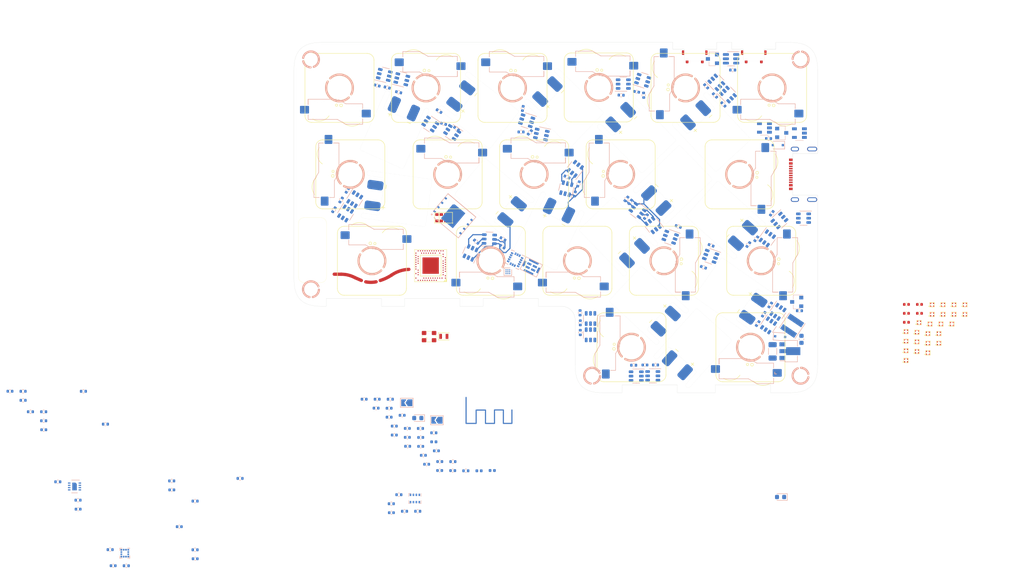
<source format=kicad_pcb>
(kicad_pcb (version 20211014) (generator pcbnew)
  (layers (0 "F.Cu" signal) (1 "In1.Cu" signal) (2 "In2.Cu" signal) (31 "B.Cu" signal) (34 "B.Paste" user) (35 "F.Paste" user) (36 "B.SilkS" user "B.Silkscreen") (37 "F.SilkS" user "F.Silkscreen") (38 "B.Mask" user) (39 "F.Mask" user) (44 "Edge.Cuts" user))
  (net 0 "")
  (net 1 "B1-")
  (net 2 "B+")
  (net 3 "B2-")
  (net 4 "B3-")
  (net 5 "B4-")
  (net 6 "B6-")
  (net 7 "B7-")
  (net 8 "B8-")
  (net 9 "B10-")
  (net 10 "B11-")
  (net 11 "B12-")
  (net 12 "GND")
  (net 13 "/MCU/RESET PIN")
  (net 16 "Net-(AE1-Pad1)")
  (net 17 "/MCU/P0.29")
  (net 18 "/MCU/P0.02")
  (net 19 "/MCU/P1.15")
  (net 20 "/MCU/P1.13")
  (net 21 "/MCU/P0.25")
  (net 22 "/MCU/P0.13")
  (net 23 "/MCU/P0.15")
  (net 24 "/MCU/P0.24")
  (net 25 "/MCU/P0.30")
  (net 26 "/MCU/P0.28")
  (net 27 "/MCU/P0.03")
  (net 28 "/MCU/P1.14")
  (net 29 "/MCU/P0.10")
  (net 30 "/MCU/P0.06")
  (net 31 "/MCU/P0.09")
  (net 32 "/MCU/P1.06")
  (net 33 "/MCU/P1.04")
  (net 34 "/MCU/P1.03")
  (net 35 "B5-")
  (net 36 "B9-")
  (net 37 "Net-(C1-Pad1)")
  (net 38 "Net-(C2-Pad1)")
  (net 39 "Net-(C3-Pad1)")
  (net 40 "Net-(C4-Pad1)")
  (net 41 "Net-(C5-Pad1)")
  (net 42 "Net-(C6-Pad1)")
  (net 43 "Net-(C7-Pad1)")
  (net 44 "Net-(C8-Pad1)")
  (net 45 "Net-(C9-Pad1)")
  (net 46 "Net-(C10-Pad1)")
  (net 47 "Net-(C11-Pad1)")
  (net 48 "Net-(C12-Pad1)")
  (net 49 "/LEDLane/Led_Vin")
  (net 50 "VBUS")
  (net 51 "B14-")
  (net 52 "B13-")
  (net 53 "SCL")
  (net 54 "Net-(C13-Pad1)")
  (net 55 "Net-(C14-Pad1)")
  (net 56 "Net-(C22-Pad1)")
  (net 57 "Net-(C23-Pad1)")
  (net 58 "Net-(C34-Pad2)")
  (net 59 "Net-(C26-Pad2)")
  (net 60 "Net-(C36-Pad2)")
  (net 61 "Net-(C27-Pad2)")
  (net 62 "/Filter&Reg/VBAT")
  (net 63 "Net-(C29-Pad1)")
  (net 64 "Net-(D1-Pad1)")
  (net 65 "Net-(D2-Pad1)")
  (net 66 "Net-(D2-Pad2)")
  (net 67 "Net-(D3-Pad2)")
  (net 68 "Net-(D4-Pad1)")
  (net 69 "CC1")
  (net 70 "Net-(J1-PadA6)")
  (net 71 "Net-(J1-PadA7)")
  (net 72 "CC2")
  (net 74 "Net-(JP1-Pad1)")
  (net 75 "Net-(JP1-Pad2)")
  (net 76 "Net-(JP2-Pad1)")
  (net 77 "Net-(L1-Pad2)")
  (net 78 "Net-(L2-Pad2)")
  (net 79 "Net-(Q2-Pad1)")
  (net 81 "GND1")
  (net 82 "Net-(Q11-Pad3)")
  (net 84 "Net-(Q11-Pad1)")
  (net 86 "Net-(Q12-Pad3)")
  (net 88 "Net-(Q12-Pad1)")
  (net 90 "Net-(Q13-Pad3)")
  (net 92 "Net-(Q13-Pad1)")
  (net 94 "Net-(Q14-Pad3)")
  (net 96 "Net-(Q14-Pad1)")
  (net 98 "Net-(Q15-Pad3)")
  (net 100 "Net-(Q15-Pad1)")
  (net 102 "Net-(Q16-Pad3)")
  (net 104 "Net-(Q16-Pad1)")
  (net 106 "Net-(Q17-Pad3)")
  (net 108 "Net-(Q17-Pad1)")
  (net 110 "Net-(Q10-Pad4)")
  (net 112 "Net-(Q10-Pad6)")
  (net 113 "Net-(Q11-Pad2)")
  (net 115 "Net-(Q12-Pad2)")
  (net 117 "Net-(Q13-Pad2)")
  (net 119 "Net-(Q14-Pad2)")
  (net 121 "Net-(Q15-Pad2)")
  (net 123 "Net-(Q16-Pad2)")
  (net 125 "Net-(Q17-Pad2)")
  (net 127 "Net-(Q18-Pad2)")
  (net 130 "Net-(Q19-Pad4)")
  (net 132 "Net-(Q19-Pad6)")
  (net 134 "Net-(Q20-Pad4)")
  (net 136 "Net-(Q20-Pad6)")
  (net 138 "Net-(Q21-Pad4)")
  (net 140 "Net-(Q21-Pad6)")
  (net 142 "Net-(Q22-Pad4)")
  (net 144 "Net-(Q22-Pad6)")
  (net 145 "Net-(Q23-Pad2)")
  (net 147 "Net-(Q24-Pad2)")
  (net 149 "Net-(Q25-Pad2)")
  (net 151 "Net-(Q26-Pad2)")
  (net 153 "/ExtVcc/GND_EN")
  (net 154 "/LEDLane/Led_Ground")
  (net 155 "/MCU/BatOffPin")
  (net 156 "SDA")
  (net 157 "/FuelGauge/BatteryPin")
  (net 158 "Net-(C35-Pad2)")
  (net 159 "Net-(C37-Pad2)")
  (net 160 "Net-(C38-Pad1)")
  (net 161 "Net-(C39-Pad2)")
  (net 162 "/Gyro/Gyro_Interupt")
  (net 163 "/BAROMETRIC/CSB")
  (net 164 "/BAROMETRIC/SDO")
  (net 165 "/LIGHT/APDS_IRQ")
  (net 168 "Net-(U2-Pad3)")
  (net 170 "Net-(U4-Pad4)")
  (net 171 "Net-(U5-Pad4)")
  (net 172 "Net-(U6-Pad4)")
  (net 173 "Net-(U7-Pad4)")
  (net 174 "Net-(U8-Pad4)")
  (net 175 "Net-(U10-Pad1)")
  (net 176 "Net-(U10-Pad4)")
  (net 177 "Net-(U11-Pad4)")
  (net 178 "Net-(U12-Pad4)")
  (net 179 "Net-(U13-Pad4)")
  (net 180 "Net-(U14-Pad4)")
  (net 181 "Net-(U15-Pad4)")
  (net 182 "Net-(U16-Pad4)")
  (net 183 "Net-(U17-Pad4)")
  (net 184 "Net-(U18-Pad4)")
  (net 185 "Net-(U19-Pad4)")
  (net 186 "Net-(U20-Pad4)")
  (net 187 "Net-(U21-Pad4)")
  (net 188 "Net-(U22-Pad4)")
  (net 189 "Net-(U23-Pad4)")
  (net 190 "Net-(U24-Pad4)")
  (net 191 "Net-(U25-Pad4)")
  (net 192 "Net-(U26-Pad4)")
  (net 193 "/LEDLane/DIN")
  (net 194 "/MCU/D+")
  (net 195 "/MCU/D-")
  (net 196 "/MCU/P0.31")
  (net 198 "/MCU/SWC")
  (net 199 "DCCH")
  (net 200 "/MCU/P0.14")
  (net 201 "/MCU/P0.16")
  (net 202 "/FLASH/QSPI_SCK")
  (net 203 "/FLASH/QSPI_DATA3")
  (net 204 "/FLASH/QSPI_DATA2")
  (net 205 "/MCU/SWD")
  (net 206 "/FLASH/QSPI_DATA0")
  (net 207 "/FLASH/QSPI_CS")
  (net 208 "/FLASH/QSPI_DATA1")
  (net 209 "/MCU/P1.12")
  (net 210 "/MCU/PDM_DAT")
  (net 211 "/MCU/PDM_CLK")
  (net 212 "PROG")
  (net 213 "/MCU/P0.07")
  (net 214 "/MCU/P0.08")
  (net 215 "/MCU/P1.07")
  (net 216 "/MCU/P0.05")
  (net 220 "Net-(U37-Pad3)")
  (net 224 "Net-(C41-Pad2)")
  (net 225 "Net-(C49-Pad1)")
  (net 227 "Net-(Q27-Pad4)")
  (net 229 "Net-(Q27-Pad6)")
  (net 231 "Net-(Q28-Pad4)")
  (net 233 "Net-(Q28-Pad6)")
  (net 234 "Net-(Q30-Pad2)")
  (net 236 "Net-(Q31-Pad2)")
  (net 238 "Net-(R43-Pad1)")
  (net 239 "Net-(R43-Pad2)")
  (net 240 "Net-(R44-Pad2)")
  (net 241 "Net-(R45-Pad1)")
  (net 242 "/BAROMETRIC/NRF_VDD")
  (footprint "Library:BatteryV2" (layer "F.Cu") (at 177.918309 88.578937 -136)
    (fp_text reference "B6" hide)
    (fp_text value "Battery")
    (fp_line (start 10.35 13.65) (end 10.35 0.2) (layer "Edge.Cuts") (width 0.01))
    (fp_line (start 9.95 -0.2) (end 0.2 -0.2) (layer "Edge.Cuts") (width 0.01))
    (fp_line (start 9.25 10.600002) (end 9.25 13.65) (layer "Edge.Cuts") (width 0.01))
    (fp_line (start 0.9 13.65) (end 0.900002 10.6) (layer "Edge.Cuts") (width 0.01))
    (fp_line (start -0.2 0.2) (end -0.2 13.65) (layer "Edge.Cuts") (width 0.01))
    (fp_line (start 8.85 10.200002) (end 1.300002 10.2) (layer "Edge.Cuts") (width 0.01))
    (fp_arc (start 0.9 13.65) (mid 0.35 14.2) (end -0.2 13.65) (layer "Edge.Cuts") (width 0.01))
    (fp_arc (start 0.900002 10.6) (mid 1.01716 10.317158) (end 1.300002 10.2) (layer "Edge.Cuts") (width 0.01))
    (fp_arc (start 8.85 10.200002) (mid 9.132842 10.31716) (end 9.25 10.600002) (layer "Edge.Cuts") (width 0.01))
    (fp_arc (start 9.95 -0.2) (mid 10.232843 -0.082843) (end 10.35 0.2) (layer "Edge.Cuts") (width 0.01))
    (fp_arc (start -0.2 0.2) (mid -0.082842 -0.082843) (end 0.2 -0.2) (layer "Edge.Cuts") (width 0.01))
    (fp_arc (start 10.35 13.65) (mid 9.8 14.2) (end 9.25 13.65) (layer "Edge.Cuts") (width 0.01))
  )
  (footprint "Library:GateronHotswap" (layer "F.Cu") (at 194.5125 134.188524)
    (fp_text reference "REF**" hide)
    (fp_text value "GateronHotswap")
  )
  (footprint "Library:Led-ARGB" (layer "F.Cu") (at 233.596428 131.19)
    (fp_text reference "U10" hide)
    (fp_text value "WS2812B_-_1010")
  )
  (footprint "Library:GateronHotswap" (layer "F.Cu") (at 104.025 77.038524)
    (fp_text reference "REF**" hide)
    (fp_text value "GateronHotswap")
  )
  (footprint "" (layer "F.Cu") (at 97.75 70.763524)
    (fp_text reference "")
    (fp_text value "")
  )
  (footprint "" (layer "F.Cu") (at 205.54995 70.763514 -90)
    (fp_text reference "")
    (fp_text value "")
  )
  (footprint "Library:Led-ARGB" (layer "F.Cu") (at 233.596428 133.31)
    (fp_text reference "U7" hide)
    (fp_text value "WS2812B_-_1010")
  )
  (footprint "Library:USB-C_C168688" (layer "F.Cu") (at 203.802725 96.088524 -90)
    (fp_text reference "J1" hide)
    (fp_text value "USB-C USB 2.0 MC-372")
  )
  (footprint "Library:BatteryV2" (layer "F.Cu") (at 194.340207 88.380839 -137)
    (fp_text reference "B1" hide)
    (fp_text value "Battery")
    (fp_line (start 8.85 10.200002) (end 1.300002 10.2) (layer "Edge.Cuts") (width 0.01))
    (fp_line (start 10.35 13.65) (end 10.35 0.2) (layer "Edge.Cuts") (width 0.01))
    (fp_line (start 0.9 13.65) (end 0.900002 10.6) (layer "Edge.Cuts") (width 0.01))
    (fp_line (start -0.2 0.2) (end -0.2 13.65) (layer "Edge.Cuts") (width 0.01))
    (fp_line (start 9.25 10.600002) (end 9.25 13.65) (layer "Edge.Cuts") (width 0.01))
    (fp_line (start 9.95 -0.2) (end 0.2 -0.2) (layer "Edge.Cuts") (width 0.01))
    (fp_arc (start 8.85 10.200002) (mid 9.132842 10.31716) (end 9.25 10.600002) (layer "Edge.Cuts") (width 0.01))
    (fp_arc (start 0.900002 10.6) (mid 1.01716 10.317158) (end 1.300002 10.2) (layer "Edge.Cuts") (width 0.01))
    (fp_arc (start 9.95 -0.2) (mid 10.232843 -0.082843) (end 10.35 0.2) (layer "Edge.Cuts") (width 0.01))
    (fp_arc (start 0.9 13.65) (mid 0.35 14.2) (end -0.2 13.65) (layer "Edge.Cuts") (width 0.01))
    (fp_arc (start 10.35 13.65) (mid 9.8 14.2) (end 9.25 13.65) (layer "Edge.Cuts") (width 0.01))
    (fp_arc (start -0.2 0.2) (mid -0.082842 -0.082842) (end 0.2 -0.2) (layer "Edge.Cuts") (width 0.01))
  )
  (footprint "Library:Led-ARGB" (layer "F.Cu") (at 236.926428 126.95)
    (fp_text reference "U12" hide)
    (fp_text value "WS2812B_-_1010")
  )
  (footprint "Library:Led-ARGB" (layer "F.Cu") (at 228.776428 134.98)
    (fp_text reference "U16" hide)
    (fp_text value "WS2812B_-_1010")
  )
  (footprint "Library:Led-ARGB" (layer "F.Cu") (at 238.876428 129.07)
    (fp_text reference "U5" hide)
    (fp_text value "WS2812B_-_1010")
  )
  (footprint "Crystal:Crystal_SMD_2012-2Pin_2.0x1.2mm" (layer "F.Cu") (at 127 131.8)
    (fp_text reference "X1" hide)
    (fp_text value "32.768 kHz")
  )
  (footprint "Library:crystal 32mhz" (layer "F.Cu") (at 123.75 131.85)
    (fp_text reference "X2" hide)
    (fp_text value "32MHZ")
  )
  (footprint "Library:GateronHotswap" (layer "F.Cu") (at 146.8875 96.088524 180)
    (fp_text reference "REF**" hide)
    (fp_text value "GateronHotswap")
  )
  (footprint "Library:GateronHotswap" (layer "F.Cu") (at 142.125 77.038524 180)
    (fp_text reference "REF**" hide)
    (fp_text value "GateronHotswap")
  )
  (footprint "Library:AQFN-73-1EP_7x7mm_P0.5mm_NRF52840-custom" (layer "F.Cu") (at 124.1 116.2 180)
    (fp_text reference "U30" hide)
    (fp_text value "nRF52840_aQFN73")
  )
  (footprint "Library:Button" (layer "F.Cu") (at 182.245953 71.013525)
    (fp_text reference "U1" hide)
    (fp_text value "Button")
    (fp_line (start -2.32 0) (end -2.32 -2.25) (layer "Edge.Cuts") (width 0.01))
    (fp_line (start 2.32 0) (end -2.32 0) (layer "Edge.Cuts") (width 0.01))
    (fp_line (start 2.32 0) (end 2.32 -2.25) (layer "Edge.Cuts") (width 0.01))
  )
  (footprint "Library:Led-ARGB" (layer "F.Cu") (at 228.776428 130.74)
    (fp_text reference "U20" hide)
    (fp_text value "WS2812B_-_1010")
  )
  (footprint "Library:GateronHotswap" (layer "F.Cu") (at 199.275 77.038524)
    (fp_text reference "REF**" hide)
    (fp_text value "GateronHotswap")
  )
  (footprint "Library:Led-ARGB" (layer "F.Cu") (at 236.466428 129.07)
    (fp_text reference "U21" hide)
    (fp_text value "WS2812B_-_1010")
  )
  (footprint "Capacitor_SMD:C_0402_1005Metric" (layer "F.Cu") (at 231.731428 126.725)
    (fp_text reference "C18" hide)
    (fp_text value "100nF")
  )
  (footprint "Library:BatteryV2" (layer "F.Cu") (at 180.55 105.3 48)
    (fp_text reference "B7" hide)
    (fp_text value "Battery")
    (fp_line (start -0.2 0.2) (end -0.2 13.65) (layer "Edge.Cuts") (width 0.01))
    (fp_line (start 9.95 -0.2) (end 0.2 -0.2) (layer "Edge.Cuts") (width 0.01))
    (fp_line (start 0.9 13.65) (end 0.900002 10.6) (layer "Edge.Cuts") (width 0.01))
    (fp_line (start 8.85 10.200002) (end 1.300002 10.2) (layer "Edge.Cuts") (width 0.01))
    (fp_line (start 10.35 13.65) (end 10.35 0.2) (layer "Edge.Cuts") (width 0.01))
    (fp_line (start 9.25 10.600002) (end 9.25 13.65) (layer "Edge.Cuts") (width 0.01))
    (fp_arc (start 0.900002 10.6) (mid 1.01716 10.317158) (end 1.300002 10.2) (layer "Edge.Cuts") (width 0.01))
    (fp_arc (start 8.85 10.200002) (mid 9.132842 10.31716) (end 9.25 10.600002) (layer "Edge.Cuts") (width 0.01))
    (fp_arc (start 9.95 -0.2) (mid 10.232843 -0.082843) (end 10.35 0.2) (layer "Edge.Cuts") (width 0.01))
    (fp_arc (start 0.9 13.65) (mid 0.35 14.2) (end -0.2 13.65) (layer "Edge.Cuts") (width 0.01))
    (fp_arc (start -0.2 0.2) (mid -0.082842 -0.082842) (end 0.2 -0.2) (layer "Edge.Cuts") (width 0.01))
    (fp_arc (start 10.35 13.65) (mid 9.8 14.2) (end 9.25 13.65) (layer "Edge.Cuts") (width 0.01))
  )
  (footprint "Library:Led-ARGB" (layer "F.Cu") (at 234.516428 124.83)
    (fp_text reference "U23" hide)
    (fp_text value "WS2812B_-_1010")
  )
  (footprint "Library:GateronHotswap" (layer "F.Cu") (at 168.31875 134.188524 -90)
    (fp_text reference "REF**" hide)
    (fp_text value "GateronHotswap")
  )
  (footprint "Library:APDS-9960" (layer "F.Cu") (at 126.935 105.65 -90)
    (fp_text reference "U37" hide)
    (fp_text value "APDS-9960")
  )
  (footprint "Library:BatteryV2" (layer "F.Cu") (at 182.681534 125.846797 -42)
    (fp_text reference "B11" hide)
    (fp_text value "Battery")
    (fp_line (start 8.85 10.200002) (end 1.300002 10.2) (layer "Edge.Cuts") (width 0.01))
    (fp_line (start 9.95 -0.2) (end 0.2 -0.2) (layer "Edge.Cuts") (width 0.01))
    (fp_line (start 9.25 10.600002) (end 9.25 13.65) (layer "Edge.Cuts") (width 0.01))
    (fp_line (start 10.35 13.65) (end 10.35 0.2) (layer "Edge.Cuts") (width 0.01))
    (fp_line (start -0.2 0.2) (end -0.2 13.65) (layer "Edge.Cuts") (width 0.01))
    (fp_line (start 0.9 13.65) (end 0.900002 10.6) (layer "Edge.Cuts") (width 0.01))
    (fp_arc (start -0.2 0.2) (mid -0.082842 -0.082842) (end 0.2 -0.2) (layer "Edge.Cuts") (width 0.01))
    (fp_arc (start 9.95 -0.2) (mid 10.232843 -0.082843) (end 10.35 0.2) (layer "Edge.Cuts") (width 0.01))
    (fp_arc (start 0.9 13.65) (mid 0.35 14.2) (end -0.2 13.65) (layer "Edge.Cuts") (width 0.01))
    (fp_arc (start 10.35 13.65) (mid 9.8 14.2) (end 9.25 13.65) (layer "Edge.Cuts") (width 0.01))
    (fp_arc (start 8.85 10.200002) (mid 9.132842 10.31716) (end 9.25 10.600002) (layer "Edge.Cuts") (width 0.01))
    (fp_arc (start 0.900002 10.6) (mid 1.01716 10.317158) (end 1.300002 10.2) (layer "Edge.Cuts") (width 0.01))
  )
  (footprint "Library:Led-ARGB" (layer "F.Cu") (at 231.186428 133.01)
    (fp_text reference "U6" hide)
    (fp_text value "WS2812B_-_1010")
  )
  (footprint "Library:BatteryV2" (layer "F.Cu") (at 124.193029 97.388894 -98)
    (fp_text reference "B13" hide)
    (fp_text value "Battery")
    (fp_line (start 9.25 10.600002) (end 9.25 13.65) (layer "Edge.Cuts") (width 0.01))
    (fp_line (start 0.9 13.65) (end 0.900002 10.6) (layer "Edge.Cuts") (width 0.01))
    (fp_line (start 10.35 13.65) (end 10.35 0.2) (layer "Edge.Cuts") (width 0.01))
    (fp_line (start 8.85 10.200002) (end 1.300002 10.2) (layer "Edge.Cuts") (width 0.01))
    (fp_line (start 9.95 -0.2) (end 0.2 -0.2) (layer "Edge.Cuts") (width 0.01))
    (fp_line (start -0.2 0.2) (end -0.2 13.65) (layer "Edge.Cuts") (width 0.01))
    (fp_arc (start -0.2 0.2) (mid -0.082842 -0.082842) (end 0.2 -0.2) (layer "Edge.Cuts") (width 0.01))
    (fp_arc (start 0.900002 10.6) (mid 1.01716 10.317158) (end 1.300002 10.2) (layer "Edge.Cuts") (width 0.01))
    (fp_arc (start 10.35 13.65) (mid 9.799999 14.2) (end 9.25 13.65) (layer "Edge.Cuts") (width 0.01))
    (fp_arc (start 8.85 10.200002) (mid 9.132842 10.31716) (end 9.25 10.600002) (layer "Edge.Cuts") (width 0.01))
    (fp_arc (start 9.95 -0.2) (mid 10.232842 -0.082842) (end 10.35 0.2) (layer "Edge.Cuts") (width 0.01))
    (fp_arc (start 0.9 13.65) (mid 0.35 14.2) (end -0.2 13.65) (layer "Edge.Cuts") (width 0.01))
  )
  (footprint "Capacitor_SMD:C_0402_1005Metric" (layer "F.Cu") (at 228.861428 126.725)
    (fp_text reference "C20" hide)
    (fp_text value "100nF")
  )
  (footprint "Library:GateronHotswap" (layer "F.Cu") (at 196.893751 115.138524 90)
    (fp_text reference "REF**" hide)
    (fp_text value "GateronHotswap")
  )
  (footprint "Library:Led-ARGB" (layer "F.Cu") (at 234.056428 129.07)
    (fp_text reference "U17" hide)
    (fp_text value "WS2812B_-_1010")
  )
  (footprint "Library:Led-ARGB" (layer "F.Cu") (at 231.646428 128.77)
    (fp_text reference "U27" hide)
    (fp_text value "WS2812B_-_1010")
  )
  (footprint "Library:GateronHotswap" (layer "F.Cu") (at 137.3625 115.138524)
    (fp_text reference "REF**" hide)
    (fp_text value "GateronHotswap")
  )
  (footprint "Library:ConicCorner" (layer "F.Cu") (at 207.299949 67.013524)
    (fp_text reference "REF**" hide)
    (fp_text value "ConicCorner" hide)
    (fp_line (start 0.685007 1.565378) (end 0.56 1.44) (layer "Edge.Cuts") (width 0.03))
    (fp_line (start -3.109557 0.029585) (end -3.326097 0.014735) (layer "Edge.Cuts") (width 0.03))
    (fp_line (start -2.476649 0.094994) (end -2.684833 0.069714) (layer "Edge.Cuts") (width 0.03))
    (fp_line (start 0.685007 1.565378) (end 0.803113 1.697657) (layer "Edge.Cuts") (width 0.03))
    (fp_line (start 1.589742 3.127744) (end 1.650704 3.30803) (layer "Edge.Cuts") (width 0.03))
    (fp_line (start -0.608282 0.620207) (end -0.77787 0.545713) (layer "Edge.Cuts") (width 0.03))
    (fp_line (start 0.434993 1.314622) (end 0.302343 1.196887) (layer "Edge.Cuts") (width 0.03))
    (fp_line (start 0.434993 1.314622) (end 0.56 1.44) (layer "Edge.Cuts") (width 0.03))
    (fp_line (start -1.127744 0.410258) (end -1.30803 0.349296) (layer "Edge.Cuts") (width 0.03))
    (fp_line (start 1.905006 4.476649) (end 1.930286 4.684833) (layer "Edge.Cuts") (width 0.03))
    (fp_line (start 1.970415 5.109557) (end 1.985265 5.326097) (layer "Edge.Cuts") (width 0.03))
    (fp_line (start 1.38 2.61) (end 1.454287 2.77787) (layer "Edge.Cuts") (width 0.03))
    (fp_curve (pts (xy 1.113416 2.13435) (xy 1.209506 2.286225) (xy 1.298275 2.444307) (xy 1.379793 2.608282)) (layer "Edge.Cuts") (width 0.03))
    (fp_curve (pts (xy -4 0) (xy -3.771346 0) (xy -3.546712 0.004911) (xy -3.326097 0.014735)) (layer "Edge.Cuts") (width 0.03))
    (fp_curve (pts (xy -0.608282 0.620207) (xy -0.444307 0.701725) (xy -0.286225 0.790494) (xy -0.13435 0.886584)) (layer "Edge.Cuts") (width 0.03))
    (fp_curve (pts (xy 1.650704 3.30803) (xy 1.705157 3.493399) (xy 1.753391 3.683603) (xy 1.795683 3.87844)) (layer "Edge.Cuts") (width 0.03))
    (fp_curve (pts (xy 1.985265 5.326097) (xy 1.995089 5.546712) (xy 2 5.771346) (xy 2 6)) (layer "Edge.Cuts") (width 0.03))
    (fp_curve (pts (xy 1.795683 3.87844) (xy 1.837975 4.073277) (xy 1.874324 4.272747) (xy 1.905006 4.476649)) (layer "Edge.Cuts") (width 0.03))
    (fp_curve (pts (xy -0.13435 0.886584) (xy 0.017526 0.982674) (xy 0.163194 1.086085) (xy 0.302343 1.196887)) (layer "Edge.Cuts") (width 0.03))
    (fp_curve (pts (xy 0.803113 1.697657) (xy 0.913915 1.836806) (xy 1.017326 1.982474) (xy 1.113416 2.13435)) (layer "Edge.Cuts") (width 0.03))
    (fp_curve (pts (xy 1.454287 2.77787) (xy 1.522015 2.952807) (xy 1.522015 2.952807) (xy 1.589742 3.127744)) (layer "Edge.Cuts") (width 0.03))
    (fp_curve (pts (xy -1.127744 0.410258) (xy -0.952807 0.477985) (xy -0.952807 0.477985) (xy -0.77787 0.545713)) (layer "Edge.Cuts") (width 0.03))
    (fp_curve (pts (xy -2.476649 0.094994) (xy -2.272747 0.125676) (xy -2.073277 0.162025) (xy -1.87844 0.204317)) (layer "Edge.Cuts") (width 0.03))
    (fp_curve (pts (xy 1.930286 4.684833) (xy 1.95035 4.897195) (xy 1.95035 4.897195) (xy 1.970415 5.109557)) (layer "Edge.Cuts") (width 0.03))
    (fp_curve (pts (xy -3.109557 0.029585) (xy -2.897195 0.04965) (xy -2.897195 0.04965) (xy -2.684833 0.069714)) (layer "Edge.Cuts") (width 0.03))
    (fp_curve (pts (xy -1.87844 0.204317) (xy -1.683603 0.246609) (xy -1.493399 0.294843) (xy -1.30803 0.349296)) (layer "Edge.Cuts") (width 0.03))
  )
  (footprint "Library:Led-ARGB" (layer "F.Cu") (at 241.746428 124.83)
    (fp_text reference "U13" hide)
    (fp_text value "WS2812B_-_1010")
  )
  (footprint "Library:Led-ARGB" (layer "F.Cu") (at 231.186428 135.13)
    (fp_text reference "U9" hide)
    (fp_text value "WS2812B_-_1010")
  )
  (footprint "Library:Led-ARGB" (layer "F.Cu") (at 236.926428 124.83)
    (fp_text reference "U22" hide)
    (fp_text value "WS2812B_-_1010")
  )
  (footprint "Library:BatteryV2" (layer "F.Cu") (at 129.575 100.525 50)
    (fp_text reference "B14" hide)
    (fp_text value "Battery")
    (fp_line (start 9.25 10.600002) (end 9.25 13.65) (layer "Edge.Cuts") (width 0.01))
    (fp_line (start 8.85 10.200002) (end 1.300002 10.2) (layer "Edge.Cuts") (width 0.01))
    (fp_line (start 0.9 13.65) (end 0.900002 10.6) (layer "Edge.Cuts") (width 0.01))
    (fp_line (start -0.2 0.2) (end -0.2 13.65) (layer "Edge.Cuts") (width 0.01))
    (fp_line (start 9.95 -0.2) (end 0.2 -0.2) (layer "Edge.Cuts") (width 0.01))
    (fp_line (start 10.35 13.65) (end 10.35 0.2) (layer "Edge.Cuts") (width 0.01))
    (fp_arc (start 10.35 13.65) (mid 9.8 14.2) (end 9.25 13.65) (layer "Edge.Cuts") (width 0.01))
    (fp_arc (start 0.9 13.65) (mid 0.35 14.2) (end -0.2 13.65) (layer "Edge.Cuts") (width 0.01))
    (fp_arc (start -0.2 0.2) (mid -0.082842 -0.082842) (end 0.2 -0.2) (layer "Edge.Cuts") (width 0.01))
    (fp_arc (start 8.85 10.200002) (mid 9.132843 10.31716) (end 9.25 10.600002) (layer "Edge.Cuts") (width 0.01))
    (fp_arc (start 0.900002 10.6) (mid 1.01716 10.317158) (end 1.300002 10.2) (layer "Edge.Cuts") (width 0.01))
    (fp_arc (start 9.95 -0.2) (mid 10.232842 -0.082842) (end 10.35 0.2) (layer "Edge.Cuts") (width 0.01))
  )
  (footprint "Capacitor_SMD:C_0402_1005Metric" (layer "F.Cu") (at 228.861428 124.755)
    (fp_text reference "C17" hide)
    (fp_text value "100nF")
  )
  (footprint "" (layer "F.Cu") (at 205.549957 140.463525 180)
    (fp_text reference "")
    (fp_text value "")
  )
  (footprint "Library:BatteryV2" (layer "F.Cu") (at 178.878938 89.881692 -46)
    (fp_text reference "B5" hide)
    (fp_text value "Battery")
    (fp_line (start 9.95 -0.2) (end 0.2 -0.2) (layer "Edge.Cuts") (width 0.01))
    (fp_line (start 9.25 10.600002) (end 9.25 13.65) (layer "Edge.Cuts") (width 0.01))
    (fp_line (start -0.2 0.2) (end -0.2 13.65) (layer "Edge.Cuts") (width 0.01))
    (fp_line (start 10.35 13.65) (end 10.35 0.2) (layer "Edge.Cuts") (width 0.01))
    (fp_line (start 0.9 13.65) (end 0.900002 10.6) (layer "Edge.Cuts") (width 0.01))
    (fp_line (start 8.85 10.200002) (end 1.300002 10.2) (layer "Edge.Cuts") (width 0.01))
    (fp_arc (start 9.95 -0.2) (mid 10.232842 -0.082842) (end 10.35 0.2) (layer "Edge.Cuts") (width 0.01))
    (fp_arc (start 0.9 13.65) (mid 0.35 14.2) (end -0.2 13.65) (layer "Edge.Cuts") (width 0.01))
    (fp_arc (start 0.900002 10.6) (mid 1.01716 10.317158) (end 1.300002 10.2) (layer "Edge.Cuts") (width 0.01))
    (fp_arc (start -0.2 0.2) (mid -0.082842 -0.082843) (end 0.2 -0.2) (layer "Edge.Cuts") (width 0.01))
    (fp_arc (start 8.85 10.200002) (mid 9.132842 10.31716) (end 9.25 10.600002) (layer "Edge.Cuts") (width 0.01))
    (fp_arc (start 10.35 13.65) (mid 9.8 14.2) (end 9.25 13.65) (layer "Edge.Cuts") (width 0.01))
  )
  (footprint "Library:Led-ARGB" (layer "F.Cu") (at 236.006428 133.31)
    (fp_text reference "U24" hide)
    (fp_text value "WS2812B_-_1010")
  )
  (footprint "Library:BatteryV2" (layer "F.Cu") (at 117.952058 94.664884 156)
    (fp_text reference "B2" hide)
    (fp_text value "Battery")
    (fp_line (start -0.2 0.2) (end -0.2 13.65) (layer "Edge.Cuts") (width 0.01))
    (fp_line (start 9.25 10.600002) (end 9.25 13.65) (layer "Edge.Cuts") (width 0.01))
    (fp_line (start 8.85 10.200002) (end 1.300002 10.2) (layer "Edge.Cuts") (width 0.01))
    (fp_line (start 0.9 13.65) (end 0.900002 10.6) (layer "Edge.Cuts") (width 0.01))
    (fp_line (start 9.95 -0.2) (end 0.2 -0.2) (layer "Edge.Cuts") (width 0.01))
    (fp_line (start 10.35 13.65) (end 10.35 0.2) (layer "Edge.Cuts") (width 0.01))
    (fp_arc (start 10.35 13.65) (mid 9.8 14.2) (end 9.25 13.65) (layer "Edge.Cuts") (width 0.01))
    (fp_arc (start 0.9 13.65) (mid 0.35 14.2) (end -0.2 13.65) (layer "Edge.Cuts") (width 0.01))
    (fp_arc (start 8.85 10.200002) (mid 9.132843 10.31716) (end 9.25 10.600002) (layer "Edge.Cuts") (width 0.01))
    (fp_arc (start 9.95 -0.2) (mid 10.232843 -0.082843) (end 10.35 0.2) (layer "Edge.Cuts") (width 0.01))
    (fp_arc (start 0.900002 10.6) (mid 1.01716 10.317158) (end 1.300002 10.2) (layer "Edge.Cuts") (width 0.01))
    (fp_arc (start -0.2 0.2) (mid -0.082842 -0.082842) (end 0.2 -0.2) (layer "Edge.Cuts") (width 0.01))
  )
  (footprint "Library:BatteryV2" (layer "F.Cu") (at 151.656124 117.070582 154)
    (fp_text reference "B9" hide)
    (fp_text value "Battery")
    (fp_line (start -0.2 0.2) (end -0.2 13.65) (layer "Edge.Cuts") (width 0.01))
    (fp_line (start 9.95 -0.2) (end 0.2 -0.2) (layer "Edge.Cuts") (width 0.01))
    (fp_line (start 0.9 13.65) (end 0.900002 10.6) (layer "Edge.Cuts") (width 0.01))
    (fp_line (start 8.85 10.200002) (end 1.300002 10.2) (layer "Edge.Cuts") (width 0.01))
    (fp_line (start 10.35 13.65) (end 10.35 0.2) (layer "Edge.Cuts") (width 0.01))
    (fp_line (start 9.25 10.600002) (end 9.25 13.65) (layer "Edge.Cuts") (width 0.01))
    (fp_arc (start -0.2 0.2) (mid -0.082842 -0.082842) (end 0.2 -0.2) (layer "Edge.Cuts") (width 0.01))
    (fp_arc (start 0.900002 10.6) (mid 1.01716 10.317158) (end 1.300002 10.2) (layer "Edge.Cuts") (width 0.01))
    (fp_arc (start 8.85 10.200002) (mid 9.132842 10.31716) (end 9.25 10.600002) (layer "Edge.Cuts") (width 0.01))
    (fp_arc (start 9.95 -0.2) (mid 10.232842 -0.082842) (end 10.35 0.2) (layer "Edge.Cuts") (width 0.01))
    (fp_arc (start 0.9 13.65) (mid 0.35 14.2) (end -0.2 13.65) (layer "Edge.Cuts") (width 0.01))
    (fp_arc (start 10.35 13.65) (mid 9.8 14.2) (end 9.25 13.65) (layer "Edge.Cuts") (width 0.01))
  )
  (footprint "Capacitor_SMD:C_0402_1005Metric" (layer "F.Cu") (at 228.861428 128.695)
    (fp_text reference "C19" hide)
    (fp_text value "100nF")
  )
  (footprint "Library:GateronHotswap" (layer "F.Cu") (at 175.462499 115.138524 90)
    (fp_text reference "REF**" hide)
    (fp_text value "GateronHotswap")
  )
  (footprint "Library:ConicCorner" (layer "F.Cu") (at 157.9125 144.213524 180)
    (fp_text reference "REF**" hide)
    (fp_text value "ConicCorner" hide)
    (fp_line (start -2.476649 0.094994) (end -2.684833 0.069714) (layer "Edge.Cuts") (width 0.03))
    (fp_line (start 1.38 2.61) (end 1.454287 2.77787) (layer "Edge.Cuts") (width 0.03))
    (fp_line (start 0.434993 1.314622) (end 0.302343 1.196887) (layer "Edge.Cuts") (width 0.03))
    (fp_line (start 0.685007 1.565378) (end 0.56 1.44) (layer "Edge.Cuts") (width 0.03))
    (fp_line (start 1.905006 4.476649) (end 1.930286 4.684833) (layer "Edge.Cuts") (width 0.03))
    (fp_line (start -1.127744 0.410258) (end -1.30803 0.349296) (layer "Edge.Cuts") (width 0.03))
    (fp_line (start 0.685007 1.565378) (end 0.803113 1.697657) (layer "Edge.Cuts") (width 0.03))
    (fp_line (start 1.589742 3.127744) (end 1.650704 3.30803) (layer "Edge.Cuts") (width 0.03))
    (fp_line (start -3.109557 0.029585) (end -3.326097 0.014735) (layer "Edge.Cuts") (width 0.03))
    (fp_line (start -0.608282 0.620207) (end -0.77787 0.545713) (layer "Edge.Cuts") (width 0.03))
    (fp_line (start 0.434993 1.314622) (end 0.56 1.44) (layer "Edge.Cuts") (width 0.03))
    (fp_line (start 1.970415 5.109557) (end 1.985265 5.326097) (layer "Edge.Cuts") (width 0.03))
    (fp_curve (pts (xy 1.795683 3.87844) (xy 1.837975 4.073277) (xy 1.874324 4.272747) (xy 1.905006 4.476649)) (layer "Edge.Cuts") (width 0.03))
    (fp_curve (pts (xy -0.13435 0.886584) (xy 0.017526 0.982674) (xy 0.163194 1.086085) (xy 0.302343 1.196887)) (layer "Edge.Cuts") (width 0.03))
    (fp_curve (pts (xy -1.87844 0.204317) (xy -1.683603 0.246609) (xy -1.493399 0.294843) (xy -1.30803 0.349296)) (layer "Edge.Cuts") (width 0.03))
    (fp_curve (pts (xy 1.930286 4.684833) (xy 1.95035 4.897195) (xy 1.95035 4.897195) (xy 1.970415 5.109557)) (layer "Edge.Cuts") (width 0.03))
    (fp_curve (pts (xy -4 0) (xy -3.771346 0) (xy -3.546712 0.004911) (xy -3.326097 0.014735)) (layer "Edge.Cuts") (width 0.03))
    (fp_curve (pts (xy -3.109557 0.029585) (xy -2.897195 0.04965) (xy -2.897195 0.04965) (xy -2.684833 0.069714)) (layer "Edge.Cuts") (width 0.03))
    (fp_curve (pts (xy -1.127744 0.410258) (xy -0.952807 0.477985) (xy -0.952807 0.477985) (xy -0.77787 0.545713)) (layer "Edge.Cuts") (width 0.03))
    (fp_curve (pts (xy 1.113416 2.13435) (xy 1.209506 2.286225) (xy 1.298275 2.444307) (xy 1.379793 2.608282)) (layer "Edge.Cuts") (width 0.03))
    (fp_curve (pts (xy 1.650704 3.30803) (xy 1.705157 3.493399) (xy 1.753391 3.683603) (xy 1.795683 3.87844)) (layer "Edge.Cuts") (width 0.03))
    (fp_curve (pts (xy 0.803113 1.697657) (xy 0.913915 1.836806) (xy 1.017326 1.982474) (xy 1.113416 2.13435)) (layer "Edge.Cuts") (width 0.03))
    (fp_curve (pts (xy 1.454287 2.77787) (xy 1.522015 2.952807) (xy 1.522015 2.952807) (xy 1.589742 3.127744)) (layer "Edge.Cuts") (width 0.03))
    (fp_curve (pts (xy -2.476649 0.094994) (xy -2.272747 0.125676) (xy -2.073277 0.162025) (xy -1.87844 0.204317)) (layer "Edge.Cuts") (width 0.03))
    (fp_curve (pts (xy 1.985265 5.326097) (xy 1.995089 5.546712) (xy 2 5.771346) (xy 2 6)) (layer "Edge.Cuts") (width 0.03))
    (fp_curve (pts (xy -0.608282 0.620207) (xy -0.444307 0.701725) (xy -0.286225 0.790494) (xy -0.13435 0.886584)) (layer "Edge.Cuts") (width 0.03))
  )
  (footprint "Library:GateronHotswap" (layer "F.Cu") (at 123.075 77.038524 180)
    (fp_text reference "REF**" hide)
    (fp_text value "GateronHotswap")
  )
  (footprint "Library:Led-ARGB" (layer "F.Cu") (at 228.776428 137.1)
    (fp_text reference "U14" hide)
    (fp_text value "WS2812B_-_1010")
  )
  (footprint "Library:GateronHotswap" (layer "F.Cu") (at 165.9375 96.088524 -90)
    (fp_text reference "REF**" hide)
    (fp_text value "GateronHotswap")
  )
  (footprint "Library:BatteryV2" (layer "F.Cu") (at 182.396263 122.971617 55)
    (fp_text reference "B10" hide)
    (fp_text value "Battery")
    (fp_line (start 10.35 13.65) (end 10.35 0.2) (layer "Edge.Cuts") (width 0.01))
    (fp_line (start 9.25 10.600002) (end 9.25 13.65) (layer "Edge.Cuts") (width 0.01))
    (fp_line (start 0.9 13.65) (end 0.900002 10.6) (layer "Edge.Cuts") (width 0.01))
    (fp_line (start -0.2 0.2) (end -0.2 13.65) (layer "Edge.Cuts") (width 0.01))
    (fp_line (start 9.95 -0.2) (end 0.2 -0.2) (layer "Edge.Cuts") (width 0.01))
    (fp_line (start 8.85 10.200002) (end 1.300002 10.2) (layer "Edge.Cuts") (width 0.01))
    (fp_arc (start 8.85 10.200002) (mid 9.132842 10.31716) (end 9.25 10.600002) (layer "Edge.Cuts") (width 0.01))
    (fp_arc (start -0.2 0.2) (mid -0.082842 -0.082842) (end 0.2 -0.2) (layer "Edge.Cuts") (width 0.01))
    (fp_arc (start 9.95 -0.2) (mid 10.232843 -0.082842) (end 10.35 0.2) (layer "Edge.Cuts") (width 0.01))
    (fp_arc (start 0.9 13.65) (mid 0.35 14.2) (end -0.2 13.65) (layer "Edge.Cuts") (width 0.01))
    (fp_arc (start 0.900002 10.6) (mid 1.01716 10.317158) (end 1.300002 10.2) (layer "Edge.Cuts") (width 0.01))
    (fp_arc (start 10.35 13.65) (mid 9.800001 14.2) (end 9.25 13.65) (layer "Edge.Cuts") (width 0.01))
  )
  (footprint "Library:Led-ARGB" (layer "F.Cu") (at 228.776428 132.86)
    (fp_text reference "U11" hide)
    (fp_text value "WS2812B_-_1010")
  )
  (footprint "Library:Led-ARGB" (layer "F.Cu") (at 241.746428 126.95)
    (fp_text reference "U15" hide)
    (fp_text value "WS2812B_-_1010")
  )
  (footprint "Library:Led-ARGB" (layer "F.Cu") (at 239.336428 124.83)
    (fp_text reference "U8" hide)
    (fp_text value "WS2812B_-_1010")
  )
  (footprint "Library:Led-ARGB" (layer "F.Cu") (at 236.006428 131.19)
    (fp_text reference "U4" hide)
    (fp_text value "WS2812B_-_1010")
  )
  (footprint "" (layer "F.Cu") (at 97.75 121.413526 90)
    (fp_text reference "")
    (fp_text value "")
  )
  (footprint "Library:GateronHotswap" (layer "F.Cu") (at 127.8375 96.088524 180)
    (fp_text reference "REF**" hide)
    (fp_text value "GateronHotswap")
  )
  (footprint "Capacitor_SMD:C_0402_1005Metric" (layer "F.Cu") (at 231.731428 124.755)
    (fp_text reference "C16" hide)
    (fp_text value "100nF")
  )
  (footprint "Library:Led-ARGB" (layer "F.Cu") (at 231.186428 130.89)
    (fp_text reference "U18" hide)
    (fp_text value "WS2812B_-_1010")
  )
  (footprint "Library:ConicCorner" (layer "F.Cu") (at 96 125.163524 180)
    (fp_text reference "REF**" hide)
    (fp_text value "ConicCorner" hide)
    (fp_line (start -3.109557 0.029585) (end -3.326097 0.014735) (layer "Edge.Cuts") (width 0.03))
    (fp_line (start -2.476649 0.094994) (end -2.684833 0.069714) (layer "Edge.Cuts") (width 0.03))
    (fp_line (start -1.127744 0.410258) (end -1.30803 0.349296) (layer "Edge.Cuts") (width 0.03))
    (fp_line (start 1.589742 3.127744) (end 1.650704 3.30803) (layer "Edge.Cuts") (width 0.03))
    (fp_line (start 1.905006 4.476649) (end 1.930286 4.684833) (layer "Edge.Cuts") (width 0.03))
    (fp_line (start 1.970415 5.109557) (end 1.985265 5.326097) (layer "Edge.Cuts") (width 0.03))
    (fp_line (start 0.685007 1.565378) (end 0.803113 1.697657) (layer "Edge.Cuts") (width 0.03))
    (fp_line (start 0.434993 1.314622) (end 0.302343 1.196887) (layer "Edge.Cuts") (width 0.03))
    (fp_line (start 0.434993 1.314622) (end 0.56 1.44) (layer "Edge.Cuts") (width 0.03))
    (fp_line (start 0.685007 1.565378) (end 0.56 1.44) (layer "Edge.Cuts") (width 0.03))
    (fp_line (start -0.608282 0.620207) (end -0.77787 0.545713) (layer "Edge.Cuts") (width 0.03))
    (fp_line (start 1.38 2.61) (end 1.454287 2.77787) (layer "Edge.Cuts") (width 0.03))
    (fp_curve (pts (xy -1.127744 0.410258) (xy -0.952807 0.477985) (xy -0.952807 0.477985) (xy -0.77787 0.545713)) (layer "Edge.Cuts") (width 0.03))
    (fp_curve (pts (xy -3.109557 0.029585) (xy -2.897195 0.04965) (xy -2.897195 0.04965) (xy -2.684833 0.069714)) (layer "Edge.Cuts") (width 0.03))
    (fp_curve (pts (xy 1.113416 2.13435) (xy 1.209506 2.286225) (xy 1.298275 2.444307) (xy 1.379793 2.608282)) (layer "Edge.Cuts") (width 0.03))
    (fp_curve (pts (xy 1.795683 3.87844) (xy 1.837975 4.073277) (xy 1.874324 4.272747) (xy 1.905006 4.476649)) (layer "Edge.Cuts") (width 0.03))
    (fp_curve (pts (xy -0.608282 0.620207) (xy -0.444307 0.701725) (xy -0.286225 0.790494) (xy -0.13435 0.886584)) (layer "Edge.Cuts") (width 0.03))
    (fp_curve (pts (xy 1.650704 3.30803) (xy 1.705157 3.493399) (xy 1.753391 3.683603) (xy 1.795683 3.87844)) (layer "Edge.Cuts") (width 0.03))
    (fp_curve (pts (xy -0.13435 0.886584) (xy 0.017526 0.982674) (xy 0.163194 1.086085) (xy 0.302343 1.196887)) (layer "Edge.Cuts") (width 0.03))
    (fp_curve (pts (xy 1.454287 2.77787) (xy 1.522015 2.952807) (xy 1.522015 2.952807) (xy 1.589742 3.127744)) (layer "Edge.Cuts") (width 0.03))
    (fp_curve (pts (xy -4 0) (xy -3.771346 0) (xy -3.546712 0.004911) (xy -3.326097 0.014735)) (layer "Edge.Cuts") (width 0.03))
    (fp_curve (pts (xy 0.803113 1.697657) (xy 0.913915 1.836806) (xy 1.017326 1.982474) (xy 1.113416 2.13435)) (layer "Edge.Cuts") (width 0.03))
    (fp_curve (pts (xy -2.476649 0.094994) (xy -2.272747 0.125676) (xy -2.073277 0.162025) (xy -1.87844 0.204317)) (layer "Edge.Cuts") (width 0.03))
    (fp_curve (pts (xy 1.985265 5.326097) (xy 1.995089 5.546712) (xy 2 5.771346) (xy 2 6)) (layer "Edge.Cuts") (width 0.03))
    (fp_curve (pts (xy -1.87844 0.204317) (xy -1.683603 0.246609) (xy -1.493399 0.294843) (xy -1.30803 0.349296)) (layer "Edge.Cuts") (width 0.03))
    (fp_curve (pts (xy 1.930286 4.684833) (xy 1.95035 4.897195) (xy 1.95035 4.897195) (xy 1.970415 5.109557)) (layer "Edge.Cuts") (width 0.03))
  )
  (footprint "Library:BatteryV2" (layer "F.Cu") (at 143.325 82.225 -128)
    (fp_text reference "B12" hide)
    (fp_text value "Battery")
    (fp_line (start 0.9 13.65) (end 0.900002 10.6) (layer "Edge.Cuts") (width 0.01))
    (fp_line (start 10.35 13.65) (end 10.35 0.2) (layer "Edge.Cuts") (width 0.01))
    (fp_line (start 8.85 10.200002) (end 1.300002 10.2) (layer "Edge.Cuts") (width 0.01))
    (fp_line (start 9.95 -0.2) (end 0.2 -0.2) (layer "Edge.Cuts") (width 0.01))
    (fp_line (start 9.25 10.600002) (end 9.25 13.65) (layer "Edge.Cuts") (width 0.01))
    (fp_line (start -0.2 0.2) (end -0.2 13.65) (layer "Edge.Cuts") (width 0.01))
    (fp_arc (start 0.900002 10.6) (mid 1.01716 10.317158) (end 1.300002 10.2) (layer "Edge.Cuts") (width 0.01))
    (fp_arc (start 10.35 13.65) (mid 9.8 14.2) (end 9.25 13.65) (layer "Edge.Cuts") (width 0.01))
    (fp_arc (start -0.2 0.2) (mid -0.082842 -0.082842) (end 0.2 -0.2) (layer "Edge.Cuts") (width 0.01))
    (fp_arc (start 0.9 13.65) (mid 0.35 14.2) (end -0.2 13.65) (layer "Edge.Cuts") (width 0.01))
    (fp_arc (start 9.95 -0.2) (mid 10.232843 -0.082843) (end 10.35 0.2) (layer "Edge.Cuts") (width 0.01))
    (fp_arc (start 8.85 10.200002) (mid 9.132842 10.31716) (end 9.25 10.600002) (layer "Edge.Cuts") (width 0.01))
  )
  (footprint "Library:Led-ARGB" (layer "F.Cu") (at 239.336428 126.95)
    (fp_text reference "U25" hide)
    (fp_text value "WS2812B_-_1010")
  )
  (footprint "Library:BatteryV2" (layer "F.Cu") (at 163.612634 123.971715 47)
    (fp_text reference "B4" hide)
    (fp_text value "Battery")
    (fp_line (start 10.35 13.65) (end 10.35 0.2) (layer "Edge.Cuts") (width 0.01))
    (fp_line (start 0.9 13.65) (end 0.900002 10.6) (layer "Edge.Cuts") (width 0.01))
    (fp_line (start 9.25 10.600002) (end 9.25 13.65) (layer "Edge.Cuts") (width 0.01))
    (fp_line (start -0.2 0.2) (end -0.2 13.65) (layer "Edge.Cuts") (width 0.01))
    (fp_line (start 9.95 -0.2) (end 0.2 -0.2) (layer "Edge.Cuts") (width 0.01))
    (fp_line (start 8.85 10.200002) (end 1.300002 10.2) (layer "Edge.Cuts") (width 0.01))
    (fp_arc (start -0.2 0.2) (mid -0.082842 -0.082842) (end 0.2 -0.2) (layer "Edge.Cuts") (width 0.01))
    (fp_arc (start 8.85 10.200002) (mid 9.132842 10.31716) (end 9.25 10.600002) (layer "Edge.Cuts") (width 0.01))
    (fp_arc (start 9.95 -0.2) (mid 10.232842 -0.082842) (end 10.35 0.2) (layer "Edge.Cuts") (width 0.01))
    (fp_arc (start 0.900002 10.6) (mid 1.01716 10.317158) (end 1.300002 10.2) (layer "Edge.Cuts") (width 0.01))
    (fp_arc (start 0.9 13.65) (mid 0.35 14.2) (end -0.2 13.65) (layer "Edge.Cuts") (width 0.01))
    (fp_arc (start 10.35 13.65) (mid 9.8 14.2) (end 9.25 13.65) (layer "Edge.Cuts") (width 0.01))
  )
  (footprint "Library:Led-ARGB" (layer "F.Cu") (at 233.596428 135.43)
    (fp_text reference "U26" hide)
    (fp_text value "WS2812B_-_1010")
  )
  (footprint "Library:GateronHotswap" (layer "F.Cu") (at 111.16875 115.138524 180)
    (fp_text reference "REF**" hide)
    (fp_text value "GateronHotswap")
  )
  (footprint "Library:GateronHotswap" (layer "F.Cu") (at 180.225 77.038524 -90)
    (fp_text reference "REF**" hide)
    (fp_text value "GateronHotswap")
  )
  (footprint "Library:Button" (layer "F.Cu") (at 195.245952 71.013522)
    (fp_text reference "U2" hide)
    (fp_text value "Button")
    (fp_line (start 2.32 0) (end -2.32 0) (layer "Edge.Cuts") (width 0.01))
    (fp_line (start 2.32 0) (end 2.32 -2.25) (layer "Edge.Cuts") (width 0.01))
    (fp_line (start -2.32 0) (end -2.32 -2.25) (layer "Edge.Cuts") (width 0.01))
  )
  (footprint "Library:GateronHotswap" (layer "F.Cu") (at 161.111744 76.937516 180)
    (fp_text reference "REF**" hide)
    (fp_text value "GateronHotswap")
  )
  (footprint "Library:BatteryV2" (layer "F.Cu") (at 157 108.35 44)
    (fp_text reference "B8" hide)
    (fp_text value "Battery")
    (fp_line (start 10.35 13.65) (end 10.35 0.2) (layer "Edge.Cuts") (width 0.01))
    (fp_line (start 8.85 10.200002) (end 1.300002 10.2) (layer "Edge.Cuts") (width 0.01))
    (fp_line (start 0.9 13.65) (end 0.900002 10.6) (layer "Edge.Cuts") (width 0.01))
    (fp_line (start 9.95 -0.2) (end 0.2 -0.2) (layer "Edge.Cuts") (width 0.01))
    (fp_line (start -0.2 0.2) (end -0.2 13.65) (layer "Edge.Cuts") (width 0.01))
    (fp_line (start 9.25 10.600002) (end 9.25 13.65) (layer "Edge.Cuts") (width 0.01))
    (fp_arc (start 8.85 10.200002) (mid 9.132842 10.31716) (end 9.25 10.600002) (layer "Edge.Cuts") (width 0.01))
    (fp_arc (start 0.9 13.65) (mid 0.35 14.2) (end -0.2 13.65) (layer "Edge.Cuts") (width 0.01))
    (fp_arc (start -0.2 0.2) (mid -0.082842 -0.082843) (end 0.2 -0.2) (layer "Edge.Cuts") (width 0.01))
    (fp_arc (start 9.95 -0.2) (mid 10.232843 -0.082843) (end 10.35 0.2) (layer "Edge.Cuts") (width 0.01))
    (fp_arc (start 0.900002 10.6) (mid 1.01716 10.317158) (end 1.300002 10.2) (layer "Edge.Cuts") (width 0.01))
    (fp_arc (start 10.35 13.65) (mid 9.8 14.2) (end 9.25 13.65) (layer "Edge.Cuts") (width 0.01))
  )
  (footprint "" (layer "F.Cu") (at 159.6625 140.463526 90)
    (fp_text reference "")
    (fp_text value "")
  )
  (footprint "Library:GateronHotswap" (layer "F.Cu") (at 192.13125 96.088523 90)
    (fp_text reference "REF**" hide)
    (fp_text value "GateronHotswap")
  )
  (footprint "Library:BatteryV2" (layer "F.Cu") (at 161.975 82.525 -134)
    (fp_text reference "B3" hide)
    (fp_text value "Battery")
    (fp_line (start -0.2 0.2) (end -0.2 13.65) (layer "Edge.Cuts") (width 0.01))
    (fp_line (start 0.9 13.65) (end 0.900002 10.6) (layer "Edge.Cuts") (width 0.01))
    (fp_line (start 9.25 10.600002) (end 9.25 13.65) (layer "Edge.Cuts") (width 0.01))
    (fp_line (start 10.35 13.65) (end 10.35 0.2) (layer "Edge.Cuts") (width 0.01))
    (fp_line (start 8.85 10.200002) (end 1.300002 10.2) (layer "Edge.Cuts") (width 0.01))
    (fp_line (start 9.95 -0.2) (end 0.2 -0.2) (layer "Edge.Cuts") (width 0.01))
    (fp_arc (start 9.95 -0.2) (mid 10.232843 -0.082843) (end 10.35 0.2) (layer "Edge.Cuts") (width 0.01))
    (fp_arc (start 10.35 13.65) (mid 9.8 14.2) (end 9.25 13.65) (layer "Edge.Cuts") (width 0.01))
    (fp_arc (start 0.900002 10.6) (mid 1.01716 10.317158) (end 1.300002 10.2) (layer "Edge.Cuts") (width 0.01))
    (fp_arc (start 8.85 10.200002) (mid 9.132842 10.31716) (end 9.25 10.600002) (layer "Edge.Cuts") (width 0.01))
    (fp_arc (start -0.2 0.2) (mid -0.082842 -0.082843) (end 0.2 -0.2) (layer "Edge.Cuts") (width 0.01))
    (fp_arc (start 0.9 13.65) (mid 0.35 14.2) (end -0.2 13.65) (layer "Edge.Cuts") (width 0.01))
  )
  (footprint "Library:Led-ARGB" (layer "F.Cu") (at 234.516428 126.95)
    (fp_text reference "U19" hide)
    (fp_text value "WS2812B_-_1010")
  )
  (footprint "Library:GateronHotswap" (layer "F.Cu") (at 156.4125 115.138524)
    (fp_text reference "REF**" hide)
    (fp_text value "GateronHotswap")
  )
  (footprint "Library:GateronHotswap" (layer "F.Cu") (at 106.40625 96.088524 -90)
    (fp_text reference "REF**" hide)
    (fp_text value "GateronHotswap")
  )
  (footprint "Resistor_SMD:R_0402_1005Metric" (layer "B.Cu") (at 114.526969 76.958695 -14)
    (fp_text reference "R12" hide)
    (fp_text value "100")
  )
  (footprint "Diode_SMD:D_SOD-323F" (layer "B.Cu") (at 200.55 89.65 180)
    (fp_text reference "D1" hide)
    (fp_text value "1N5819")
  )
  (footprint "Library:SOT-23-6-Small" (layer "B.Cu") (at 159.300001 127.86 90)
    (fp_text reference "Q14" hide)
    (fp_text value "DW01")
  )
  (footprint "Capacitor_SMD:C_0402_1005Metric" (layer "B.Cu") (at 68.75 173.74 180)
    (fp_text reference "C48" hide)
    (fp_text value "0.1uF")
  )
  (footprint "Capacitor_SMD:C_0402_1005Metric" (layer "B.Cu") (at 121.905229 156.04 180)
    (fp_text reference "C34" hide)
    (fp_text value "820pF")
  )
  (footprint "Package_TO_SOT_SMD:SOT-23" (layer "B.Cu") (at 186.15 70.65 180)
    (fp_text reference "Q2" hide)
    (fp_text value "AO3407")
  )
  (footprint "Library:SOT-23-6-Small" (layer "B.Cu") (at 105.352859 104.718079 -122)
    (fp_text reference "Q30" hide)
    (fp_text value "DW01")
  )
  (footprint "Resistor_SMD:R_0402_1005Metric" (layer "B.Cu") (at 129.8 86 146)
    (fp_text reference "R26" hide)
    (fp_text value "100")
  )
  (footprint "Resistor_SMD:R_0402_1005Metric" (layer "B.Cu") (at 46.455229 167.895 180)
    (fp_text reference "R52" hide)
    (fp_text value "10K")
  )
  (footprint "Library:SOT-23-6-Small" (layer "B.Cu") (at 169.65 104.049993 142)
    (fp_text reference "Q15" hide)
    (fp_text value "DW01")
  )
  (footprint "Resistor_SMD:R_0402_1005Metric" (layer "B.Cu") (at 53.53 178.8 180)
    (fp_text reference "R55" hide)
    (fp_text value "10K")
  )
  (footprint "Capacitor_SMD:C_0402_1005Metric" (layer "B.Cu") (at 31.47 143.89 180)
    (fp_text reference "C42" hide)
    (fp_text value "0.1uF")
  )
  (footprint "Capacitor_SMD:C_0402_1005Metric" (layer "B.Cu") (at 126.95 84.95 164)
    (fp_text reference "C12" hide)
    (fp_text value "100nF")
  )
  (footprint "Capacitor_SMD:C_0402_1005Metric" (layer "B.Cu") (at 139.875 112.025 144)
    (fp_text reference "C14" hide)
    (fp_text value "100nF")
  )
  (footprint "Inductor_SMD:L_0402_1005Metric" (layer "B.Cu") (at 134.755229 161.42 180)
    (fp_text reference "L3" hide)
    (fp_text value "3.9nH")
  )
  (footprint "Library:SOT-23-6-Small" (layer "B.Cu") (at 159.300001 131.447497 90)
    (fp_text reference "Q6" hide)
    (fp_text value "8205A")
  )
  (footprint "Library:SOT-23-6-Small" (layer "B.Cu") (at 145.24 84.26 162)
    (fp_text reference "Q13" hide)
    (fp_text value "DW01")
  )
  (footprint "Sensor_Humidity:Sensirion_DFN-8-1EP_2.5x2.5mm_P0.5mm_EP1.1x1.7mm" (layer "B.Cu") (at 45.685229 164.875 180)
    (fp_text reference "U36" hide)
    (fp_text value "SHT30-DIS")
  )
  (footprint "Library:SOT-23-6-Small" (layer "B.Cu") (at 198.49815 129.375869 -124)
    (fp_text reference "Q20" hide)
    (fp_text value "8205A")
  )
  (footprint "Resistor_SMD:R_0402_1005Metric" (layer "B.Cu") (at 52.49 151.14 180)
    (fp_text reference "R45" hide)
    (fp_text value "12K")
  )
  (footprint "Capacitor_SMD:C_0402_1005Metric" (layer "B.Cu") (at 128.955229 161.38 180)
    (fp_text reference "C22" hide)
    (fp_text value "12pF")
  )
  (footprint "Library:SOT-23-6-Small" (layer "B.Cu") (at 200.573668 126.388203 -124)
    (fp_text reference "Q24" hide)
    (fp_text value "DW01")
  )
  (footprint "Library:SOT-23-6-Small" (layer "B.Cu") (at 117.751541 75.134604 -14)
    (fp_text reference "Q4" hide)
    (fp_text value "8205A")
  )
  (footprint "Capacitor_SMD:C_0402_1005Metric" (layer "B.Cu") (at 126.085229 161.36 180)
    (fp_text reference "C37" hide)
    (fp_text value "12pF")
  )
  (footprint "Resistor_SMD:R_0402_1005Metric" (layer "B.Cu") (at 38.89 148.41 180)
    (fp_text reference "TH1" hide)
    (fp_text value "Thermistor_NTC")
  )
  (footprint "Resistor_SMD:R_0402_1005Metric" (layer "B.Cu") (at 67.08 163.65 180)
    (fp_text reference "R33" hide)
    (fp_text value "5.1K")
  )
  (footprint "LED_SMD:LED_0603_1608Metric" (layer "B.Cu") (at 121.265229 149.8 180)
    (fp_text reference "D2" hide)
    (fp_text value "BLUE")
  )
  (footprint "Resistor_SMD:R_0402_1005Metric" (layer "B.Cu") (at 168.8 138.15 180)
    (fp_text reference "R21" hide)
    (fp_text value "1K")
  )
  (footprint "Library:SOT-23-6-Small" (layer "B.Cu") (at 155.925 94.875 52)
    (fp_text reference "Q23" hide)
    (fp_text value "DW01")
  )
  (footprint "Capacitor_SMD:C_0402_1005Metric" (layer "B.Cu") (at 125.365229 157.02 180)
    (fp_text reference "C24" hide)
    (fp_text value "4.7uF")
  )
  (footprint "Capacitor_SMD:C_0402_1005Metric" (layer "B.Cu") (at 112.319614 76.511393 -14)
    (fp_text reference "C2" hide)
    (fp_text value "100nF")
  )
  (footprint "Resistor_SMD:R_0402_1005Metric" (layer "B.Cu") (at 131.845229 161.42 180)
    (fp_text reference "R37" hide)
    (fp_text value "4.7K")
  )
  (footprint "Capacitor_SMD:C_0402_1005Metric" (layer "B.Cu") (at 168.05 102.15 52)
    (fp_text reference "C5" hide)
    (fp_text value "100nF")
  )
  (footprint "Resistor_SMD:R_0402_1005Metric" (layer "B.Cu") (at 166.040311 78.632201 -2)
    (fp_text reference "R16" hide)
    (fp_text value "100")
  )
  (footprint "Library:SOT-23-6-Small" (layer "B.Cu") (at 128.840573 86.853795 146)
    (fp_text reference "Q22" hide)
    (fp_text value "8205A")
  )
  (footprint "Capacitor_SMD:C_0402_1005Metric" (layer "B.Cu") (at 144.39 81.57 80)
    (fp_text reference "C3" hide)
    (fp_text value "100nF")
  )
  (footprint "Resistor_SMD:R_0402_1005Metric" (layer "B.Cu") (at 178.620757 107.57557 160)
    (fp_text reference "R10" hide)
    (fp_text value "1K")
  )
  (footprint "Library:SOT-23-6-Small" (layer "B.Cu") (at 166.5125 76.199995)
    (fp_text reference "Q16" hide)
    (fp_text value "DW01")
  )
  (footprint "Resistor_SMD:R_0402_1005Metric" (layer "B.Cu") (at 102.803491 103.891519 -122)
    (fp_text reference "R27" hide)
    (fp_text value "1K")
  )
  (footprint "Resistor_SMD:R_0402_1005Metric" (layer "B.Cu") (at 42.005229 163.845 180)
    (fp_text reference "R53" hide)
    (fp_text value "10K")
  )
  (footprint "Package_TO_SOT_SMD:SOT-23" (layer "B.Cu") (at 204.7 124.2 180)
    (fp_text reference "Q33" hide)
    (fp_text value "AO3400A")
  )
  (footprint "Capacitor_SMD:C_0402_1005Metric" (layer "B.Cu") (at 119.035229 156.02 180)
    (fp_text reference "C35" hide)
    (fp_text value "1pF")
  )
  (footprint "Library:ConicCorner" (layer "B.Cu") (at 96 67.013524 180)
    (fp_text reference "REF**" hide)
    (fp_text value "ConicCorner" hide)
    (fp_line (start 0.685007 -1.565378) (end 0.803113 -1.697657) (layer "Edge.Cuts") (width 0.03))
    (fp_line (start -0.608282 -0.620207) (end -0.77787 -0.545713) (layer "Edge.Cuts") (width 0.03))
    (fp_line (start 1.905006 -4.476649) (end 1.930286 -4.684833) (layer "Edge.Cuts") (width 0.03))
    (fp_line (start 1.970415 -5.109557) (end 1.985265 -5.326097) (layer "Edge.Cuts") (width 0.03))
    (fp_line (start 1.589742 -3.127744) (end 1.650704 -3.30803) (layer "Edge.Cuts") (width 0.03))
    (fp_line (start 0.685007 -1.565378) (end 0.56 -1.44) (layer "Edge.Cuts") (width 0.03))
    (fp_line (start 1.38 -2.61) (end 1.454287 -2.77787) (layer "Edge.Cuts") (width 0.03))
    (fp_line (start -1.127744 -0.410258) (end -1.30803 -0.349296) (layer "Edge.Cuts") (width 0.03))
    (fp_line (start -2.476649 -0.094994) (end -2.684833 -0.069714) (layer "Edge.Cuts") (width 0.03))
    (fp_line (start 0.434993 -1.314622) (end 0.302343 -1.196887) (layer "Edge.Cuts") (width 0.03))
    (fp_line (start -3.109557 -0.029585) (end -3.326097 -0.014735) (layer "Edge.Cuts") (width 0.03))
    (fp_line (start 0.434993 -1.314622) (end 0.56 -1.44) (layer "Edge.Cuts") (width 0.03))
    (fp_curve (pts (xy 0.803113 -1.697657) (xy 0.913915 -1.836806) (xy 1.017326 -1.982474) (xy 1.113416 -2.13435)) (layer "Edge.Cuts") (width 0.03))
    (fp_curve (pts (xy -2.476649 -0.094994) (xy -2.272747 -0.125676) (xy -2.073277 -0.162025) (xy -1.87844 -0.204317)) (layer "Edge.Cuts") (width 0.03))
    (fp_curve (pts (xy 1.930286 -4.684833) (xy 1.95035 -4.897195) (xy 1.95035 -4.897195) (xy 1.970415 -5.109557)) (layer "Edge.Cuts") (width 0.03))
    (fp_curve (pts (xy 1.985265 -5.326097) (xy 1.995089 -5.546712) (xy 2 -5.771346) (xy 2 -6)) (layer "Edge.Cuts") (width 0.03))
    (fp_curve (pts (xy -3.109557 -0.029585) (xy -2.897195 -0.04965) (xy -2.897195 -0.04965) (xy -2.684833 -0.069714)) (layer "Edge.Cuts") (width 0.03))
    (fp_curve (pts (xy -1.87844 -0.204317) (xy -1.683603 -0.246609) (xy -1.493399 -0.294843) (xy -1.30803 -0.349296)) (layer "Edge.Cuts") (width 0.03))
    (fp_curve (pts (xy -1.127744 -0.410258) (xy -0.952807 -0.477985) (xy -0.952807 -0.477985) (xy -0.77787 -0.545713)) (layer "Edge.Cuts") (width 0.03))
    (fp_curve (pts (xy 1.113416 -2.13435) (xy 1.209506 -2.286225) (xy 1.298275 -2.444307) (xy 1.379793 -2.608282)) (layer "Edge.Cuts") (width 0.03))
    (fp_curve (pts (xy -0.13435 -0.886584) (xy 0.017526 -0.982674) (xy 0.163194 -1.086085) (xy 0.302343 -1.196887)) (layer "Edge.Cuts") (width 0.03))
    (fp_curve (pts (xy -0.608282 -0.620207) (xy -0.444307 -0.701725) (xy -0.286225 -0.790494) (xy -0.13435 -0.886584)) (layer "Edge.Cuts") (width 0.03))
    (fp_curve (pts (xy 1.454287 -2.77787) (xy 1.522015 -2.952807) (xy 1.522015 -2.952807) (xy 1.589742 -3.127744)) (layer "Edge.Cuts") (width 0.03))
    (fp_curve (pts (xy 1.650704 -3.30803) (xy 1.705157 -3.493399) (xy 1.753391 -3.683603) (xy 1.795683 -3.87844)) (layer "Edge.Cuts") (width 0.03))
    (fp_curve (pts (xy 1.795683 -3.87844) (xy 1.837975 -4.073277) (xy 1.874324 -4.272747) (xy 1.905006 -4.476649)) (layer "Edge.Cuts") (width 0.03))
    (fp_curve (pts (xy -4 0) (xy -3.771346 0) (xy -3.546712 -0.004911) (xy -3.326097 -0.014735)) (layer "Edge.Cuts") (width 0.03))
  )
  (footprint "Resistor_SMD:R_0402_1005Metric" (layer "B.Cu") (at 35.98 148.41 180)
    (fp_text reference "R40" hide)
    (fp_text value "820K")
  )
  (footprint "Capacitor_SMD:C_0402_1005Metric" (layer "B.Cu") (at 112.085229 147.61 180)
    (fp_text reference "C32" hide)
    (fp_text value "100nF")
  )
  (footprint "Library:SOT-23-6-Small" (layer "B.Cu") (at 173.01 140.5 180)
    (fp_text reference "Q21" hide)
    (fp_text value "8205A")
  )
  (footprint "Resistor_SMD:R_0402_1005Metric" (layer "B.Cu") (at 173.61 138.1 180)
    (fp_text reference "R25" hide)
    (fp_text value "100")
  )
  (footprint "Capacitor_SMD:C_0402_1005Metric" (layer "B.Cu") (at 105.760485 99.631108 -122)
    (fp_text reference "C13" hide)
    (fp_text value "100nF")
  )
  (footprint "Capacitor_SMD:C_0402_1005Metric" (layer "B.Cu") (at 197.436656 126.925944 -124)
    (fp_text reference "C10" hide)
    (fp_text value "100nF")
  )
  (footprint "Package_TO_SOT_SMD:SOT-23" (layer "B.Cu") (at 201.4 86.95)
    (fp_text reference "Q1" hide)
    (fp_text value "AO3407")
  )
  (footprint "Capacitor_SMD:C_0402_1005Metric" (layer "B.Cu") (at 199.215317 104.665355 -126)
    (fp_text reference "C7" hide)
    (fp_text value "100nF")
  )
  (footprint "Resistor_SMD:R_0402_1005Metric" (layer "B.Cu") (at 190.6 73.1 180)
    (fp_text reference "R2" hide)
    (fp_text value "5.1K")
  )
  (footprint "Resistor_SMD:R_0402_1005Metric" (layer "B.Cu") (at 57.08 182.35 180)
    (fp_text reference "R56" hide)
    (fp_text value "10K")
  )
  (footprint "Capacitor_SMD:C_0402_1005Metric" (layer "B.Cu") (at 171.28 138.1 180)
    (fp_text reference "C11" hide)
    (fp_text value "100nF")
  )
  (footprint "Resistor_SMD:R_0402_1005Metric" (layer "B.Cu") (at 121.255229 170.34 180)
    (fp_text reference "R51" hide)
    (fp_text value "10K")
  )
  (footprint "Library:2.4GHz-meander-antenna-v2" (layer "B.Cu") (at 131.9 145.25 180)
    (fp_text reference "AE1" hide)
    (fp_text value "Antenna" hide)
  )
  (footprint "Resistor_SMD:R_0402_1005Metric" (layer "B.Cu") (at 196.108086 128.985043 -124)
    (fp_text reference "R20" hide)
    (fp_text value "1K")
  )
  (footprint "Jumper:SolderJumper-2_P1.3mm_Open_TrianglePad1.0x1.5mm" (layer "B.Cu") (at 125.485229 150.28 180)
    (fp_text reference "JP1" hide)
    (fp_text value "SolderJumper_2_Open")
  )
  (footprint "Resistor_SMD:R_0402_1005Metric" (layer "B.Cu") (at 195.8 110.3 -126)
    (fp_text reference "R9" hide)
    (fp_text value "1K")
  )
  (footprint "Library:SPK0415HM4H" (layer "B.Cu") (at 146.25 116.5 -116)
    (fp_text reference "U38" hide)
    (fp_text value "PDM_Mic")
  )
  (footprint "Package_LGA:LGA-16_3x3mm_P0.5mm_LayoutBorder3x5y" (layer "B.Cu") (at 142.7 114.9 154)
    (fp_text reference "U34" hide)
    (fp_text value "LSM6DS33")
  )
  (footprint "Resistor_SMD:R_0402_1005Metric" (layer "B.Cu") (at 117.05 78 -14)
    (fp_text reference "R4" hide)
    (fp_text value "1K")
  )
  (footprint "Jumper:SolderJumper-2_P1.3mm_Open_TrianglePad1.0x1.5mm" (layer "B.Cu") (at 118.845229 146.43 180)
    (fp_text reference "JP2" hide)
    (fp_text value "SolderJumper_2_Open")
  )
  (footprint "Resistor_SMD:R_0402_1005Metric" (layer "B.Cu") (at 72.23 178.83 180)
    (fp_text reference "R54" hide)
    (fp_text value "10K")
  )
  (footprint "Library:SOT-23-6-Small" (layer "B.Cu") (at 189.573547 78.508324 -46)
    (fp_text reference "Q11" hide)
    (fp_text value "DW01")
  )
  (footprint "Library:SOT-23-6-Small" (layer "B.Cu") (at 124.025737 85.001504 146)
    (fp_text reference "Q26" hide)
    (fp_text value "DW01")
  )
  (footprint "Package_LGA:LGA-12_2x2mm_P0.5mm" (layer "B.Cu") (at 56.76 179.58 180)
    (fp_text reference "U40" hide)
    (fp_text value "LIS3MDL")
  )
  (footprint "Resistor_SMD:R_0402_1005Metric" (layer "B.Cu") (at 128.995229 159.4 180)
    (fp_text reference "R39" hide)
    (fp_text value "0R")
  )
  (footprint "Resistor_SMD:R_0402_1005Metric" (layer "B.Cu") (at 157.05 130.95 90)
    (fp_text reference "R14" hide)
    (fp_text value "100")
  )
  (footprint "Library:SOT-23-6-Small" (layer "B.Cu") (at 198.229093 110.190963 -126)
    (fp_text reference "Q9" hide)
    (fp_text value "8205A")
  )
  (footprint "Package_LGA:Bosch_LGA-8_2x2.5mm_P0.65mm_ClockwisePinNumbering" (layer "B.Cu") (at 120.635229 167.52 180)
    (fp_text reference "U35" hide)
    (fp_text value "BMP280")
  )
  (footprint "Package_BGA:WLP-9_1.448x1.468mm_Layout3x3_P0.4mm_Ball0.27mm_Pad0.25mm" (layer "B.Cu") (at 141.1 117.55 180)
    (fp_text reference "U31" hide)
    (fp_text value "MAX17055")
  )
  (footprint "Capacitor_SMD:C_0402_1005Metric" (layer "B.Cu") (at 157.050001 128.81 90)
    (fp_text reference "C4" hide)
    (fp_text value "100nF")
  )
  (footprint "Library:SOT-23-6-Small" (layer "B.Cu") (at 206.2 105.75 180)
    (fp_text reference "U28" hide)
    (fp_text value "USBLC6-2SC6")
  )
  (footprint "Resistor_SMD:R_0402_1005Metric" (layer "B.Cu") (at 198.876089 124.88131 -124)
    (fp_text reference "R24" hide)
    (fp_text value "100")
  )
  (footprint "Resistor_SMD:R_0402_1005Metric" (layer "B.Cu") (at 205.31 126.15 180)
    (fp_text reference "R46" hide)
    (fp_text value "2M")
  )
  (footprint "Capacitor_SMD:C_0402_1005Metric" (layer "B.Cu") (at 114.955229 149.6 180)
    (fp_text reference "C28" hide)
    (fp_text value "1uF")
  )
  (footprint "Resistor_SMD:R_0402_1005Metric" (layer "B.Cu") (at 124.795229 153.05 180)
    (fp_text reference "R36" hide)
    (fp_text value "4.7K")
  )
  (footprint "Library:SOT-23-6-Small" (layer "B.Cu") (at 187.003317 75.84676 -46)
    (fp_text reference "Q3" hide)
    (fp_text value "8205A")
  )
  (footprint "Resistor_SMD:R_0402_1005Metric" (layer "B.Cu") (at 121.855229 152.09 180)
    (fp_text reference "R38" hide)
    (fp_text value "1K")
  )
  (footprint "Library:SOT-23-6-Small" (layer "B.Cu") (at 173.05 107.3 128)
    (fp_text reference "Q7" hide)
    (fp_text value "8205A")
  )
  (footprint "Inductor_SMD:L_0402_1005Metric" (layer "B.Cu") (at 137.665229 161.355 180)
    (fp_text reference "L1" hide)
    (fp_text value "15nH")
  )
  (footprint "Library:SOT-23-6-Small" (layer "B.Cu") (at 170.8 75.35 -18)
    (fp_text reference "Q8" hide)
    (fp_text value "8205A")
  )
  (footprint "Library:SOT-23-6-Small" (layer "B.Cu") (at 200.9 106.25 -138)
    (fp_text reference "Q17" hide)
    (fp_text value "DW01")
  )
  (footprint "Capacitor_SMD:C_0402_1005Metric" (layer "B.Cu") (at 184.760841 76.691643 -46)
    (fp_text reference "C1" hide)
    (fp_text value "100nF")
  )
  (footprint "Resistor_SMD:R_0402_1005Metric" (layer "B.Cu") (at 117.105229 166.69 180)
    (fp_text reference "R49" hide)
    (fp_text value "10K")
  )
  (footprint "Capacitor_SMD:C_0402_1005Metric" (layer "B.Cu") (at 123.215229 159.98 180)
    (fp_text reference "C38" hide)
    (fp_text value "100pF")
  )
  (footprint "Capacitor_SMD:C_0402_1005Metric" (layer "B.Cu") (at 169.45 77.9 -10)
    (fp_text reference "C6" hide)
    (fp_text value "100nF")
  )
  (footprint "Capacitor_SMD:C_0402_1005Metric" (layer "B.Cu") (at 109.455229 145.64 180)
    (fp_text reference "C33" hide)
    (fp_text value "100nF")
  )
  (footprint "Resistor_SMD:R_0402_1005Metric" (layer "B.Cu") (at 156.65 98.2 -110)
    (fp_text reference "R23" hide)
    (fp_text value "100")
  )
  (footprint "Capacitor_SMD:C_0402_1005Metric" (layer "B.Cu") (at 115.455229 170.66 180)
    (fp_text reference "C45" hide)
    (fp_text value "100nF")
  )
  (footprint "Resistor_SMD:R_0402_1005Metric" (layer "B.Cu") (at 82.135229 163.1 180)
    (fp_text reference "R47" hide)
    (fp_text value "4.7K")
  )
  (footprint "Capacitor_SMD:C_0603_1608Metric" (layer "B.Cu") (at 205.75 132.45 -90)
    (fp_text reference "C43" hide)
    (fp_text value "47uF")
  )
  (footprint "Resistor_SMD:R_0402_1005Metric" (layer "B.Cu") (at 72.23 168.1 180)
    (fp_text reference "R34" hide)
    (fp_text value "5.1K")
  )
  (footprint "Resistor_SMD:R_0402_1005Metric" (layer "B.Cu") (at 34.36 143.9 180)
    (fp_text reference "R43" hide)
    (fp_text value "10k")
  )
  (footprint "Resistor_SMD:R_0402_1005Metric" (layer "B.Cu") (at 171.506615 105.404798 52)
    (fp_text reference "R7" hide)
    (fp_text value "1K")
  )
  (footprint "Package_TO_SOT_SMD:SOT-23-6" (layer "B.Cu") (at 190.245229 70.62 180)
    (fp_text reference "U3" hide)
    (fp_text value "MAX16054")
  )
  (footprint "Package_TO_SOT_SMD:SOT-23-5" (layer "B.Cu") (at 205.3 87 180)
    (fp_text reference "U33" hide)
    (fp_text value "TP4054")
  )
  (footprint "LED_SMD:LED_0603_1608Metric" (layer "B.Cu") (at 201.15 167.2 180)
    (fp_text reference "D4" hide)
    (fp_text value "RED")
  )
  (footprint "Capacitor_SMD:C_0402_1005Metric" (layer "B.Cu") (at 116.095229 153.54 180)
    (fp_text reference "C23" hide)
    (fp_text value "12pF")
  )
  (footprint "Capacitor_SMD:C_0402_1005Metric" (layer "B.Cu") (at 185.855641 111.737486 160)
    (fp_text reference "C8" hide)
    (fp_text value "100nF")
  )
  (footprint "Capacitor_SMD:C_0402_1005Metric" (layer "B.Cu") (at 67.1 165.63 180)
    (fp_text reference "C21" hide)
    (fp_text value "100nF")
  )
  (footprint "Capacitor_SMD:C_0402_1005Metric" (layer "B.Cu") (at 155.85 100.425 -102)
    (fp_text reference "C9" hide)
    (fp_text value "100nF")
  )
  (footprint "Resistor_SMD:R_0402_1005Metric" (layer "B.Cu") (at 144 86.75 180)
    (fp_text reference "R13" hide)
    (fp_text value "100")
  )
  (footprint "Capacitor_SMD:C_0402_1005Metric" (layer "B.Cu") (at 117.825229 149.19 180)
    (fp_text reference "C31" hide)
    (fp_text value "100nF")
  )
  (footprint "Resistor_SMD:R_0402_1005Metric" (layer "B.Cu") (at 125.95 82.15 146)
    (fp_text reference "R22" hide)
    (fp_text value "1K")
  )
  (footprint "Resistor_SMD:R_0402_1005Metric" (layer "B.Cu") (at 34.36 145.89 180)
    (fp_text reference "R41" hide)
    (fp_text value "2M")
  )
  (footprint "Resistor_SMD:R_0402_1005Metric" (layer "B.Cu") (at 104.382683 101.741694 -122)
    (fp_text reference "R30" hide)
    (fp_text value "100")
  )
  (footprint "Capacitor_SMD:C_0402_1005Metric" (layer "B.Cu") (at 116.095229 151.57 180)
    (fp_text reference "C29" hide)
    (fp_text value "1uF")
  )
  (footprint "Library:SOT-23-6-Small" (layer "B.Cu") (at 176.843819 109.94634 160)
    (fp_text reference "Q10" hide)
    (fp_text value "8205A")
  )
  (footprint "Capacitor_SMD:C_0402_1005Metric" (layer "B.Cu") (at 118.965229 154.05 180)
    (fp_text reference "C36" hide)
    (fp_text value "12pF")
  )
  (footprint "Capacitor_SMD:C_0402_1005Metric" (layer "B.Cu") (at 118.965229 152.08 180)
    (fp_text reference "C27" hide)
    (fp_text value "4.7uF")
  )
  (footprint "Resistor_SMD:R_0402_1005Metric" (layer "B.Cu") (at 167.199994 101.500001 -128)
    (fp_text reference "R15" hide)
    (fp_text value "100")
  )
  (footprint "Library:WSON8" (layer "B.Cu") (at 129.057099 105.225 -40)
    (fp_text reference "U39" hide)
    (fp_text value "GD25Q")
  )
  (footprint "Resistor_SMD:R_0402_1005Metric" (layer "B.Cu") (at 188.545495 80.682745 -46)
    (fp_text reference "R3" hide)
    (fp_text value "1K")
  )
  (footprint "Resistor_SMD:R_0402_1005Metric" (layer "B.Cu") (at 184.170757 116.57557 160)
    (fp_text reference "R18" hide)
    (fp_text value "100")
  )
  (footprint "Package_TO_SOT_SMD:SOT-23-5" (layer "B.Cu") (at 197.6 85.85 180)
    (fp_text reference "U1" hide)
    (fp_text value "AP2112K-3.3")
  )
  (footprint "Inductor_SMD:L_0402_1005Metric" (layer "B.Cu") (at 124.795229 155.04 180)
    (fp_text reference "L2" hide)
    (fp_text value "10uH")
  )
  (footprint "Resistor_SMD:R_0402_1005Metric" (layer "B.Cu") (at 115.215229 145.65 180)
    (fp_text reference "R35" hide)
    (fp_text value "5.1K")
  )
  (footprint "Resistor_SMD:R_0402_1005Metric" (layer "B.Cu") (at 154.125 96.675 -24)
    (fp_text reference "R19" hide)
    (fp_text value "1K")
  )
  (footprint "Library:ConicCorner" (layer "B.Cu") (at 207.29995 144.213524)
    (fp_text reference "REF**" hide)
    (fp_text value "ConicCorner" hide)
    (fp_line (start 0.685007 -1.565378) (end 0.56 -1.44) (layer "Edge.Cuts") (width 0.03))
    (fp_line (start -0.608282 -0.620207) (end -0.77787 -0.545713) (layer "Edge.Cuts") (width 0.03))
    (fp_line (start 0.434993 -1.314622) (end 0.56 -1.44) (layer "Edge.Cuts") (width 0.03))
    (fp_line (start 1.970415 -5.109557) (end 1.985265 -5.326097) (layer "Edge.Cuts") (width 0.03))
    (fp_line (start -3.109557 -0.029585) (end -3.326097 -0.014735) (layer "Edge.Cuts") (width 0.03))
    (fp_line (start -2.476649 -0.094994) (end -2.684833 -0.069714) (layer "Edge.Cuts") (width 0.03))
    (fp_line (start -1.127744 -0.410258) (end -1.30803 -0.349296) (layer "Edge.Cuts") (width 0.03))
    (fp_line (start 1.589742 -3.127744) (end 1.650704 -3.30803) (layer "Edge.Cuts") (width 0.03))
    (fp_line (start 0.685007 -1.565378) (end 0.803113 -1.697657) (layer "Edge.Cuts") (width 0.03))
    (fp_line (start 0.434993 -1.314622) (end 0.302343 -1.196887) (layer "Edge.Cuts") (width 0.03))
    (fp_line (start 1.905006 -4.476649) (end 1.930286 -4.684833) (layer "Edge.Cuts") (width 0.03))
    (fp_line (start 1.38 -2.61) (end 1.454287 -2.77787) (layer "Edge.Cuts") (width 0.03))
    (fp_curve (pts (xy -0.13435 -0.886584) (xy 0.017526 -0.982674) (xy 0.163194 -1.086085) (xy 0.302343 -1.196887)) (layer "Edge.Cuts") (width 0.03))
    (fp_curve (pts (xy -2.476649 -0.094994) (xy -2.272747 -0.125676) (xy -2.073277 -0.162025) (xy -1.87844 -0.204317)) (layer "Edge.Cuts") (width 0.03))
    (fp_curve (pts (xy 1.113416 -2.13435) (xy 1.209506 -2.286225) (xy 1.298275 -2.444307) (xy 1.379793 -2.608282)) (layer "Edge.Cuts") (width 0.03))
    (fp_curve (pts (xy -1.87844 -0.204317) (xy -1.683603 -0.246609) (xy -1.493399 -0.294843) (xy -1.30803 -0.349296)) (layer "Edge.Cuts") (width 0.03))
    (fp_curve (pts (xy 1.650704 -3.30803) (xy 1.705157 -3.493399) (xy 1.753391 -3.683603) (xy 1.795683 -3.87844)) (layer "Edge.Cuts") (width 0.03))
    (fp_curve (pts (xy -4 0) (xy -3.771346 0) (xy -3.546712 -0.004911) (xy -3.326097 -0.014735)) (layer "Edge.Cuts") (width 0.03))
    (fp_curve (pts (xy 1.930286 -4.684833) (xy 1.95035 -4.897195) (xy 1.95035 -4.897195) (xy 1.970415 -5.109557)) (layer "Edge.Cuts") (width 0.03))
    (fp_curve (pts (xy -0.608282 -0.620207) (xy -0.444307 -0.701725) (xy -0.286225 -0.790494) (xy -0.13435 -0.886584)) (layer "Edge.Cuts") (width 0.03))
    (fp_curve (pts (xy 0.803113 -1.697657) (xy 0.913915 -1.836806) (xy 1.017326 -1.982474) (xy 1.113416 -2.13435)) (layer "Edge.Cuts") (width 0.03))
    (fp_curve (pts (xy -3.109557 -0.029585) (xy -2.897195 -0.04965) (xy -2.897195 -0.04965) (xy -2.684833 -0.069714)) (layer "Edge.Cuts") (width 0.03))
    (fp_curve (pts (xy -1.127744 -0.410258) (xy -0.952807 -0.477985) (xy -0.952807 -0.477985) (xy -0.77787 -0.545713)) (layer "Edge.Cuts") (width 0.03))
    (fp_curve (pts (xy 1.795683 -3.87844) (xy 1.837975 -4.073277) (xy 1.874324 -4.272747) (xy 1.905006 -4.476649)) (layer "Edge.Cuts") (width 0.03))
    (fp_curve (pts (xy 1.985265 -5.326097) (xy 1.995089 -5.546712) (xy 2 -5.771346) (xy 2 -6)) (layer "Edge.Cuts") (width 0.03))
    (fp_curve (pts (xy 1.454287 -2.77787) (xy 1.522015 -2.952807) (xy 1.522015 -2.952807) (xy 1.589742 -3.127744)) (layer "Edge.Cuts") (width 0.03))
  )
  (footprint "Library:SOT-23-6-Small" (layer "B.Cu") (at 113.882487 74.169937 -14)
    (fp_text reference "Q12" hide)
    (fp_text value "DW01")
  )
  (footprint "Resistor_SMD:R_0402_1005Metric" (layer "B.Cu") (at 198.5 88.2 180)
    (fp_text reference "R1" hide)
    (fp_text value "100K")
  )
  (footprint "Resistor_SMD:R_0402_1005Metric" (layer "B.Cu") (at 145.937678 86.844795 48)
    (fp_text reference "R5" hide)
    (fp_text value "1K")
  )
  (footprint "Library:SOT-23-6-Small" (layer "B.Cu") (at 137.025 110.375 -2)
    (fp_text reference "Q31" hide)
    (fp_text value "DW01")
  )
  (footprint "Package_TO_SOT_SMD:SOT-89-3" (layer "B.Cu") (at 203.19999 135.050002)
    (fp_text reference "U32" hide)
    (fp_text value "BL8530_501SM")
  )
  (footprint "Resistor_SMD:R_0402_1005Metric" (layer "B.Cu") (at 115.435229 168.68 180)
    (fp_text reference "R48" hide)
    (fp_text value "10K")
  )
  (footprint "Capacitor_SMD:C_1206_3216Metric" (layer "B.Cu") (at 199.4 135.1 -90)
    (fp_text reference "C44" hide)
    (fp_text value "100uF")
  )
  (footprint "Resistor_SMD:R_0402_1005Metric" (layer "B.Cu") (at 118.345229 170.34 180)
    (fp_text reference "R50" hide)
    (fp_text value "10K")
  )
  (footprint "Library:SOT-23-6-Small" (layer "B.Cu") (at 132.875 113.4 66)
    (fp_text reference "Q28" hide)
    (fp_text value "8205A")
  )
  (footprint "Capacitor_SMD:C_0402_1005Metric" (layer "B.Cu") (at 126.105229 159.39 180)
    (fp_text reference "C26" hide)
    (fp_text value "100nF")
  )
  (footprint "Library:SOT-23-6-Small" (layer "B.Cu") (at 185.75 114.15 160)
    (fp_text reference "Q18" hide)
    (fp_text value "DW01")
  )
  (footprint "Capacitor_SMD:C_0402_1005Metric" (layer "B.Cu") (at 54.19 182.34 180)
    (fp_text reference "C49" hide)
    (fp_text value "0.1uF")
  )
  (footprint "Diode_SMD:D_SOD-323F" (layer "B.Cu") (at 201.05 131.85 -4)
    (fp_text reference "D3" hide)
    (fp_text value "1N5819")
  )
  (footprint "Resistor_SMD:R_0402_1005Metric" (layer "B.Cu") (at 194.05023 111.562599 -126)
    (fp_text reference "R17" hide)
    (fp_text value "100")
  )
  (footprint "Resistor_SMD:R_0402_1005Metric" (layer "B.Cu") (at 134.125 110.925 -42)
    (fp_text reference "R28" hide)
    (fp_text value "1K")
  )
  (footprint "Capacitor_SMD:C_0402_1005Metric" (layer "B.Cu") (at 46.475229 169.875 180)
    (fp_text reference "C46" hide)
    (fp_text value "100nF")
  )
  (footprint "Resistor_SMD:R_0402_1005Metric" (layer "B.Cu") (at 140.025 110.325 -30)
    (fp_text reference "R31" hide)
    (fp_text value "100")
  )
  (footprint "Capacitor_SMD:C_0402_1005Metric" (layer "B.Cu") (at 122.495229 158.01 180)
    (fp_text reference "C39" hide)
    (fp_text value "1pF")
  )
  (footprint "Capacitor_SMD:C_0402_1005Metric" (layer "B.Cu") (at 114.955229 147.63 180)
    (fp_text reference "C40" hide)
    (fp_text value "1.5pF")
  )
  (footprint "Resistor_SMD:R_0402_1005Metric" (layer "B.Cu") (at 171 78.65 -88)
    (fp_text reference "R8" hide)
    (fp_text value "1K")
  )
  (footprint "Resistor_SMD:R_0402_1005Metric" (layer "B.Cu") (at 157 126.61 90)
    (fp_text reference "R6" hide)
    (fp_text value "1K")
  )
  (footprint "Inductor_SMD:L_Taiyo-Yuden_NR-40xx" (layer "B.Cu") (at 203.699993 129.449998 -124)
    (fp_text reference "L4" hide)
    (fp_text value "22uH")
  )
  (footprint "Resistor_SMD:R_0402_1005Metric" (layer "B.Cu") (at 47.64 143.9 180)
    (fp_text reference "R44" hide)
    (fp_text value "1K")
  )
  (footprint "Capacitor_SMD:C_0402_1005Metric" (layer "B.Cu") (at 72.25 180.81 180)
    (fp_text reference "C47" hide)
    (fp_text value "1uF")
  )
  (footprint "Library:SOT-23-6-Small" (layer "B.Cu") (at 153.975 99.25 76)
    (fp_text reference "Q19" hide)
    (fp_text value "8205A")
  )
  (footprint "Capacitor_SMD:C_0402_1005Metric" (layer "B.Cu") (at 121.905229 154.07 180)
    (fp_text reference "C30" hide)
    (fp_text value "47nF")
  )
  (footprint "Capacitor_SMD:C_0402_1005Metric" (layer "B.Cu") (at 38.91 152.38 180)
    (fp_text reference "C41" hide)
    (fp_text value "0.47uF")
  )
  (footprint "Resistor_SMD:R_0402_1005Metric" (layer "B.Cu") (at 38.89 150.4 180)
    (fp_text reference "R42" hide)
    (fp_text value "0.010")
  )
  (footprint "Library:SOT-23-6-Small" (layer "B.Cu") (at 107.382461 101.564392 -122)
    (fp_text reference "Q27" hide)
    (fp_text value "8205A")
  )
  (footprint "Library:SOT-23-6-Small" (layer "B.Cu") (at 169.36 140.55 180)
    (fp_text reference "Q25" hide)
    (fp_text value "DW01")
  )
  (footprint "Capacitor_SMD:C_0402_1005Metric" (layer "B.Cu") (at 112.325229 145.64 180)
    (fp_text reference "C25" hide)
    (fp_text value "4.7uF")
  )
  (footprint "Resistor_SMD:R_0402_1005Metric" (layer "B.Cu") (at 186.705883 78.705791 -46)
    (fp_text reference "R11" hide)
    (fp_text value "100")
  )
  (footprint "Library:SOT-23-6-Small" (layer "B.Cu") (at 148.472001 87.306808 168)
    (fp_text reference "Q5" hide)
    (fp_text value "8205A")
  )
  (gr_arc (start 115.54 118.26) (mid 114.315439 118.95517) (end 113.006499 119.474292) (layer "F.Cu") (width 0.7215))
  (gr_line (start 107.45 118.863524) (end 108.83839 119.467199) (layer "F.Cu") (width 0.7215))
  (gr_line (start 102.87 118.093) (end 104.4 118.1) (layer "F.Cu") (width 0.7215))
  (gr_arc (start 104.4 118.1) (mid 105.971536 118.295866) (end 107.45 118.863524) (layer "F.Cu") (width 0.7215))
  (gr_arc (start 112.090679 119.77124) (mid 110.95108 119.88413) (end 109.810693 119.779491) (layer "F.Cu") (width 0.7215))
  (gr_arc (start 115.54 118.26) (mid 117.333294 117.379947) (end 119.3 117.03) (layer "F.Cu") (width 0.7215))
  (gr_arc (start 97.411129 123.134092) (mid 96.407195 120.295479) (end 99.377485 120.788414) (layer "B.SilkS") (width 0.5))
  (gr_arc (start 203.807214 70.670886) (mid 204.207367 69.642713) (end 205.143679 69.059118) (layer "B.SilkS") (width 0.5))
  (gr_arc (start 207.27052 140.802393) (mid 204.431903 141.806328) (end 204.924839 138.836034) (layer "B.SilkS") (width 0.5))
  (gr_arc (start 99.492732 121.506163) (mid 99.09258 122.534335) (end 98.156266 123.117925) (layer "B.SilkS") (width 0.5))
  (gr_arc (start 161.405232 140.556163) (mid 161.00508 141.584335) (end 160.068767 142.167925) (layer "B.SilkS") (width 0.5))
  (gr_arc (start 97.657358 72.506254) (mid 96.629188 72.106102) (end 96.0456 71.16979) (layer "B.SilkS") (width 0.5))
  (gr_arc (start 96.029429 70.424654) (mid 98.868045 69.420715) (end 98.375106 72.391009) (layer "B.SilkS") (width 0.5))
  (gr_arc (start 205.888817 69.042953) (mid 206.892751 71.881572) (end 203.922456 71.388635) (layer "B.SilkS") (width 0.5))
  (gr_line (start 199.865614 140.074703) (end 199.865613 139.674704) (layer "B.SilkS") (width 0.15))
  (gr_line (start 200.265613 140.074702) (end 199.865614 140.074703) (layer "B.SilkS") (width 0.15))
  (gr_arc (start 159.323629 142.184093) (mid 158.319694 139.345478) (end 161.289986 139.838414) (layer "B.SilkS") (width 0.5))
  (gr_arc (start 205.642589 138.72079) (mid 206.670761 139.120942) (end 207.254354 140.057254) (layer "B.SilkS") (width 0.5))
  (gr_line (start 101.168995 118.688523) (end 101.168993 106.862526) (layer "F.SilkS") (width 0.03))
  (gr_line (start 96.250001 119.938523) (end 99.918992 119.938524) (layer "F.SilkS") (width 0.03))
  (gr_line (start 99.919001 105.612527) (end 96.249999 105.612525) (layer "F.SilkS") (width 0.03))
  (gr_arc (start 96.250001 119.938523) (mid 95.366116 119.572405) (end 94.999996 118.688521) (layer "F.SilkS") (width 0.03))
  (gr_line (start 94.999994 106.862526) (end 94.999996 118.688521) (layer "F.SilkS") (width 0.03))
  (gr_arc (start 101.168995 118.688523) (mid 100.802878 119.572408) (end 99.918992 119.938524) (layer "F.SilkS") (width 0.03))
  (gr_arc (start 94.999994 106.862526) (mid 95.366111 105.978639) (end 96.249999 105.612525) (layer "F.SilkS") (width 0.03))
  (gr_arc (start 99.919001 105.612527) (mid 100.802881 105.978644) (end 101.168993 106.862526) (layer "F.SilkS") (width 0.03))
  (gr_line locked (start 179.925952 68.513525) (end 179.925953 68.763525) (layer "Edge.Cuts") (width 0.0381))
  (gr_line locked (start 200.065951 67.013522) (end 200.065951 68.513522) (layer "Edge.Cuts") (width 0.0381))
  (gr_line (start 186.770498 144.213524) (end 186.770498 142.513524) (layer "Edge.Cuts") (width 0.03))
  (gr_line locked (start 177.425952 67.013525) (end 177.425952 68.513525) (layer "Edge.Cuts") (width 0.0381))
  (gr_line (start 118.356001 123.463524) (end 130.556001 123.463524) (layer "Edge.Cuts") (width 0.0381))
  (gr_line locked (start 190.425951 68.513522) (end 192.925951 68.513522) (layer "Edge.Cuts") (width 0.0381))
  (gr_line locked (start 113.278001 125.163524) (end 118.356001 125.163524) (layer "Edge.Cuts") (width 0.0381))
  (gr_line locked (start 192.925951 68.513522) (end 192.925952 68.763522) (layer "Edge.Cuts") (width 0.0381))
  (gr_line (start 130.556002 125.163524) (end 130.556002 123.463524) (layer "Edge.Cuts") (width 0.03))
  (gr_line (start 147.834003 125.163524) (end 147.834003 123.463524) (layer "Edge.Cuts") (width 0.03))
  (gr_line locked (start 187.065952 67.013525) (end 187.065952 68.513525) (layer "Edge.Cuts") (width 0.0381))
  (gr_line locked (start 166.241499 142.513524) (end 178.441499 142.513524) (layer "Edge.Cuts") (width 0.0381))
  (gr_line (start 203.29995 144.213524) (end 198.970499 144.213524) (layer "Edge.Cuts") (width 0.0381))
  (gr_line locked (start 209.29995 91.516524) (end 203.802725 91.516524) (layer "Edge.Cuts") (width 0.0381))
  (gr_line (start 135.634002 125.163524) (end 135.634002 123.463524) (layer "Edge.Cuts") (width 0.03))
  (gr_line locked (start 130.556002 125.163524) (end 135.634002 125.163524) (layer "Edge.Cuts") (width 0.0381))
  (gr_line (start 166.241498 144.213524) (end 166.241498 142.513524) (layer "Edge.Cuts") (width 0.03))
  (gr_line (start 135.634003 123.463524) (end 147.834003 123.463524) (layer "Edge.Cuts") (width 0.0381))
  (gr_line locked (start 209.29995 100.660524) (end 203.802725 100.660524) (layer "Edge.Cuts") (width 0.0381))
  (gr_line locked (start 177.425952 68.513525) (end 179.925952 68.513525) (layer "Edge.Cuts") (width 0.0381))
  (gr_line locked (start 184.565952 68.513525) (end 187.065952 68.513525) (layer "Edge.Cuts") (width 0.0381))
  (gr_line locked (start 197.565951 68.513522) (end 197.565952 68.763522) (layer "Edge.Cuts") (width 0.0381))
  (gr_line (start 94 73.013524) (end 94 119.163524) (layer "Edge.Cuts") (width 0.0381))
  (gr_line (start 101.078 125.163524) (end 101.078 123.463524) (layer "Edge.Cuts") (width 0.03))
  (gr_line (start 198.970499 144.213524) (end 198.970499 142.513524) (layer "Edge.Cuts") (width 0.03))
  (gr_line (start 113.278001 125.163524) (end 113.278001 123.463524) (layer "Edge.Cuts") (width 0.03))
  (gr_line locked (start 190.425951 67.013522) (end 190.425951 68.513522) (layer "Edge.Cuts") (width 0.0381))
  (gr_line (start 209.29995 138.213524) (end 209.29995 100.660524) (layer "Edge.Cuts") (width 0.0381))
  (gr_line locked (start 184.565952 68.513525) (end 184.565953 68.763525) (layer "Edge.Cuts") (width 0.0381))
  (gr_line (start 190.425951 67.013522) (end 187.065952 67.013525) (layer "Edge.Cuts") (width 0.03))
  (gr_line (start 203.802725 100.660524) (end 203.802725 91.516524) (layer "Edge.Cuts") (width 0.0381))
  (gr_line (start 209.299949 73.013524) (end 209.29995 91.516524) (layer "Edge.Cuts") (width 0.0381))
  (gr_line locked (start 100 125.163524) (end 101.078 125.163524) (layer "Edge.Cuts") (width 0.0381))
  (gr_line (start 177.425952 67.013525) (end 100 67.013524) (layer "Edge.Cuts") (width 0.0381))
  (gr_line locked (start 152.9125 125.163524) (end 147.834003 125.163524) (layer "Edge.Cuts") (width 0.0381))
  (gr_line locked (start 197.565951 68.513522) (end 200.065951 68.513522) (layer "Edge.Cuts") (width 0.0381))
  (gr_line locked (start 166.241499 144.213524) (end 161.9125 144.213524) (layer "Edge.Cuts") (width 0.0381))
  (gr_line (start 118.356001 125.163524) (end 118.356001 123.463524) (layer "Edge.Cuts") (width 0.03))
  (gr_line (start 186.770499 142.513524) (end 198.970499 142.513524) (layer "Edge.Cuts") (width 0.0381))
  (gr_line (start 203.299949 67.013524) (end 200.065951 67.013522) (layer "Edge.Cuts") (width 0.03))
  (gr_arc locked (start 152.9125 125.163524) (mid 155.03382 126.042204) (end 155.9125 128.163524) (layer "Edge.Cuts") (width 0.0381))
  (gr_line (start 178.441499 144.213524) (end 178.441499 142.513524) (layer "Edge.Cuts") (width 0.03))
  (gr_line (start 155.9125 138.213524) (end 155.9125 128.163524) (layer "Edge.Cuts") (width 0.0381))
  (gr_line locked (start 178.441499 144.213524) (end 186.770499 144.213524) (layer "Edge.Cuts") (width 0.0381))
  (gr_line (start 101.078 123.463524) (end 113.278 123.463524) (layer "Edge.Cuts") (width 0.0381))
  (segment (start 171.051074 102.601072) (end 171.051074 101.337223) (width 0.25) (layer "B.Cu") (net 35))
  (segment (start 174.498929 107.611485) (end 174.498927 106.048925) (width 0.25) (layer "B.Cu") (net 35))
  (segment (start 174.498927 106.048925) (end 171.051074 102.601072) (width 0.25) (layer "B.Cu") (net 35))
  (segment (start 168.509194 101.771763) (end 169.338518 102.601077) (width 0.25) (layer "B.Cu") (net 35))
  (segment (start 171.051074 102.601072) (end 169.338518 102.601077) (width 0.25) (layer "B.Cu") (net 35))
  (segment (start 171.051074 101.337223) (end 172.174537 100.21376) (width 0.25) (layer "B.Cu") (net 35))
  (segment (start 168.345517 101.771746) (end 168.509194 101.771763) (width 0.25) (layer "B.Cu") (net 35))
  (segment (start 157.373925 94.563516) (end 157.541354 94.730945) (width 0.25) (layer "B.Cu") (net 36))
  (segment (start 154.422424 102.222289) (end 155.750202 100.894511) (width 0.25) (layer "B.Cu") (net 36))
  (segment (start 155.439228 100.583537) (end 155.750202 100.894511) (width 0.25) (layer "B.Cu") (net 36))
  (segment (start 156.055489 100.894511) (end 155.750202 100.894511) (width 0.25) (layer "B.Cu") (net 36))
  (segment (start 157.541354 94.730945) (end 157.541354 99.408646) (width 0.25) (layer "B.Cu") (net 36))
  (segment (start 154.422424 105.068574) (end 154.422424 102.222289) (width 0.25) (layer "B.Cu") (net 36))
  (segment (start 154.621595 100.583537) (end 155.439228 100.583537) (width 0.25) (layer "B.Cu") (net 36))
  (segment (start 157.541354 99.408646) (end 156.055489 100.894511) (width 0.25) (layer "B.Cu") (net 36))
  (segment (start 167.754482 102.528245) (end 167.932196 102.528243) (width 0.25) (layer "B.Cu") (net 41))
  (segment (start 167.932196 102.528243) (end 168.753642 103.349686) (width 0.25) (layer "B.Cu") (net 41))
  (segment (start 166.886011 101.901887) (end 167.128119 101.90189) (width 0.25) (layer "B.Cu") (net 41))
  (segment (start 167.128119 101.90189) (end 167.754482 102.528245) (width 0.25) (layer "B.Cu") (net 41))
  (segment (start 155.949798 99.955489) (end 155.949798 99.205015) (width 0.25) (layer "B.Cu") (net 45))
  (segment (start 155.949798 99.205015) (end 156.47557 98.679243) (width 0.25) (layer "B.Cu") (net 45))
  (segment (start 141.575 107.136409) (end 141.575 112.4) (width 0.25) (layer "B.Cu") (net 51))
  (segment (start 139.3 111.929535) (end 139.486672 111.742863) (width 0.25) (layer "B.Cu") (net 51))
  (segment (start 133.280205 114.830205) (end 133.280205 114.825558) (width 0.25) (layer "B.Cu") (net 51))
  (segment (start 136.222313 111.927687) (end 133.3 114.85) (width 0.25) (layer "B.Cu") (net 51))
  (segment (start 137.565085 111.927687) (end 136.222313 111.927687) (width 0.25) (layer "B.Cu") (net 51))
  (segment (start 141.575 112.4) (end 140.65 113.325) (width 0.25) (layer "B.Cu") (net 51))
  (segment (start 140.65 113.325) (end 140.125 113.325) (width 0.25) (layer "B.Cu") (net 51))
  (segment (start 139.486672 111.742863) (end 139.107928 111.364119) (width 0.25) (layer "B.Cu") (net 51))
  (segment (start 140.551269 106.112678) (end 141.575 107.136409) (width 0.25) (layer "B.Cu") (net 51))
  (segment (start 139.3 112.5) (end 139.3 111.929535) (width 0.25) (layer "B.Cu") (net 51))
  (segment (start 133.3 114.85) (end 133.280205 114.830205) (width 0.25) (layer "B.Cu") (net 51))
  (segment (start 138.128653 111.364119) (end 137.565085 111.927687) (width 0.25) (layer "B.Cu") (net 51))
  (segment (start 140.125 113.325) (end 139.3 112.5) (width 0.25) (layer "B.Cu") (net 51))
  (segment (start 139.107928 111.364119) (end 138.128653 111.364119) (width 0.25) (layer "B.Cu") (net 51))
  (segment (start 140.033346 110.925) (end 140.466673 111.358327) (width 0.25) (layer "B.Cu") (net 55))
  (segment (start 138.296193 110.549084) (end 139.049084 110.549084) (width 0.25) (layer "B.Cu") (net 55))
  (segment (start 140.466673 110.58) (end 140.466673 111.358327) (width 0.25) (layer "B.Cu") (net 55))
  (segment (start 139.049084 110.549084) (end 139.425 110.925) (width 0.25) (layer "B.Cu") (net 55))
  (segment (start 139.425 110.925) (end 140.033346 110.925) (width 0.25) (layer "B.Cu") (net 55))
  (segment (start 140.466673 111.358327) (end 140.466673 112.103792) (width 0.25) (layer "B.Cu") (net 55))
  (segment (start 138.161807 110.414698) (end 138.296193 110.549084) (width 0.25) (layer "B.Cu") (net 55))
  (segment (start 140.466673 112.103792) (end 140.263328 112.307137) (width 0.25) (layer "B.Cu") (net 55))
  (segment (start 171.601071 106.988515) (end 171.45107 106.988511) (width 0.25) (layer "B.Cu") (net 98))
  (segment (start 171.45107 106.988511) (end 169.961481 105.498926) (width 0.25) (layer "B.Cu") (net 98))
  (segment (start 173.098292 105.381395) (end 173.098299 105.818758) (width 0.25) (layer "B.Cu") (net 100))
  (segment (start 171.131242 104.001703) (end 171.718601 104.001704) (width 0.25) (layer "B.Cu") (net 100))
  (segment (start 171.718601 104.001704) (end 173.098292 105.381395) (width 0.25) (layer "B.Cu") (net 100))
  (segment (start 171.820607 105.002906) (end 170.798957 105.002907) (width 0.25) (layer "B.Cu") (net 121))
  (segment (start 170.798957 105.002907) (end 170.546359 104.750321) (width 0.25) (layer "B.Cu") (net 121))
  (segment (start 152.963307 96.086693) (end 153.863516 95.186484) (width 0.25) (layer "B.Cu") (net 130))
  (segment (start 152.963307 97.551365) (end 152.963307 96.086693) (width 0.25) (layer "B.Cu") (net 130))
  (segment (start 153.863516 95.186484) (end 154.476075 95.186484) (width 0.25) (layer "B.Cu") (net 130))
  (segment (start 153.328405 97.916463) (end 152.963307 97.551365) (width 0.25) (layer "B.Cu") (net 130))
  (segment (start 155.171967 98.376114) (end 155.171967 97.157569) (width 0.25) (layer "B.Cu") (net 132))
  (segment (start 155.171967 97.157569) (end 155.973295 96.356241) (width 0.25) (layer "B.Cu") (net 132))
  (segment (start 132.469795 111.974442) (end 132.469795 110.330205) (width 0.25) (layer "B.Cu") (net 231))
  (segment (start 132.469795 110.330205) (end 133.414119 109.385881) (width 0.25) (layer "B.Cu") (net 231))
  (segment (start 133.414119 109.385881) (end 135.921347 109.385881) (width 0.25) (layer "B.Cu") (net 231))
  (segment (start 135.66805 111.284723) (end 134.205531 112.747242) (width 0.25) (layer "B.Cu") (net 233))
  (segment (start 135.855038 111.284723) (end 135.66805 111.284723) (width 0.25) (layer "B.Cu") (net 233))
  (segment (start 135.888193 110.335302) (end 135.434959 110.335302) (width 0.25) (layer "B.Cu") (net 236))
  (segment (start 135.434959 110.335302) (end 134.504004 111.266257) (width 0.25) (layer "B.Cu") (net 236))
)
</source>
